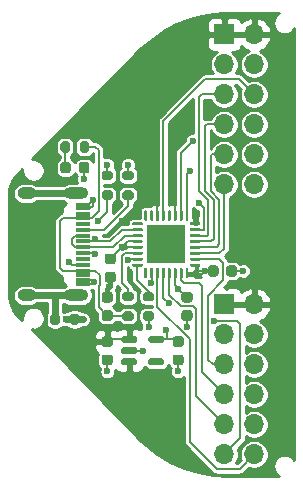
<source format=gbr>
%TF.GenerationSoftware,KiCad,Pcbnew,(5.1.9-0-10_14)*%
%TF.CreationDate,2021-02-28T11:16:04+01:00*%
%TF.ProjectId,PmodUsbUlpi,506d6f64-5573-4625-956c-70692e6b6963,1*%
%TF.SameCoordinates,Original*%
%TF.FileFunction,Copper,L1,Top*%
%TF.FilePolarity,Positive*%
%FSLAX46Y46*%
G04 Gerber Fmt 4.6, Leading zero omitted, Abs format (unit mm)*
G04 Created by KiCad (PCBNEW (5.1.9-0-10_14)) date 2021-02-28 11:16:04*
%MOMM*%
%LPD*%
G01*
G04 APERTURE LIST*
%TA.AperFunction,SMDPad,CuDef*%
%ADD10R,3.300000X3.300000*%
%TD*%
%TA.AperFunction,ComponentPad*%
%ADD11O,1.700000X1.700000*%
%TD*%
%TA.AperFunction,ComponentPad*%
%ADD12R,1.700000X1.700000*%
%TD*%
%TA.AperFunction,SMDPad,CuDef*%
%ADD13R,1.150000X0.300000*%
%TD*%
%TA.AperFunction,ComponentPad*%
%ADD14O,1.600000X1.000000*%
%TD*%
%TA.AperFunction,ComponentPad*%
%ADD15O,2.100000X1.000000*%
%TD*%
%TA.AperFunction,ViaPad*%
%ADD16C,0.600000*%
%TD*%
%TA.AperFunction,Conductor*%
%ADD17C,0.200000*%
%TD*%
%TA.AperFunction,Conductor*%
%ADD18C,0.600000*%
%TD*%
%TA.AperFunction,Conductor*%
%ADD19C,0.400000*%
%TD*%
%TA.AperFunction,Conductor*%
%ADD20C,0.254000*%
%TD*%
%TA.AperFunction,Conductor*%
%ADD21C,0.100000*%
%TD*%
G04 APERTURE END LIST*
%TO.P,R4,2*%
%TO.N,/CC2*%
%TA.AperFunction,SMDPad,CuDef*%
G36*
G01*
X145975000Y-95425000D02*
X146525000Y-95425000D01*
G75*
G02*
X146725000Y-95625000I0J-200000D01*
G01*
X146725000Y-96025000D01*
G75*
G02*
X146525000Y-96225000I-200000J0D01*
G01*
X145975000Y-96225000D01*
G75*
G02*
X145775000Y-96025000I0J200000D01*
G01*
X145775000Y-95625000D01*
G75*
G02*
X145975000Y-95425000I200000J0D01*
G01*
G37*
%TD.AperFunction*%
%TO.P,R4,1*%
%TO.N,GND*%
%TA.AperFunction,SMDPad,CuDef*%
G36*
G01*
X145975000Y-93775000D02*
X146525000Y-93775000D01*
G75*
G02*
X146725000Y-93975000I0J-200000D01*
G01*
X146725000Y-94375000D01*
G75*
G02*
X146525000Y-94575000I-200000J0D01*
G01*
X145975000Y-94575000D01*
G75*
G02*
X145775000Y-94375000I0J200000D01*
G01*
X145775000Y-93975000D01*
G75*
G02*
X145975000Y-93775000I200000J0D01*
G01*
G37*
%TD.AperFunction*%
%TD*%
%TO.P,R3,2*%
%TO.N,Net-(R3-Pad2)*%
%TA.AperFunction,SMDPad,CuDef*%
G36*
G01*
X148275000Y-104825000D02*
X147725000Y-104825000D01*
G75*
G02*
X147525000Y-104625000I0J200000D01*
G01*
X147525000Y-104225000D01*
G75*
G02*
X147725000Y-104025000I200000J0D01*
G01*
X148275000Y-104025000D01*
G75*
G02*
X148475000Y-104225000I0J-200000D01*
G01*
X148475000Y-104625000D01*
G75*
G02*
X148275000Y-104825000I-200000J0D01*
G01*
G37*
%TD.AperFunction*%
%TO.P,R3,1*%
%TO.N,VBUS*%
%TA.AperFunction,SMDPad,CuDef*%
G36*
G01*
X148275000Y-106475000D02*
X147725000Y-106475000D01*
G75*
G02*
X147525000Y-106275000I0J200000D01*
G01*
X147525000Y-105875000D01*
G75*
G02*
X147725000Y-105675000I200000J0D01*
G01*
X148275000Y-105675000D01*
G75*
G02*
X148475000Y-105875000I0J-200000D01*
G01*
X148475000Y-106275000D01*
G75*
G02*
X148275000Y-106475000I-200000J0D01*
G01*
G37*
%TD.AperFunction*%
%TD*%
D10*
%TO.P,U2,33*%
%TO.N,GND*%
X151250000Y-100000000D03*
%TO.P,U2,32*%
%TO.N,+3V3*%
%TA.AperFunction,SMDPad,CuDef*%
G36*
G01*
X153125000Y-102062500D02*
X153125000Y-102812500D01*
G75*
G02*
X153062500Y-102875000I-62500J0D01*
G01*
X152937500Y-102875000D01*
G75*
G02*
X152875000Y-102812500I0J62500D01*
G01*
X152875000Y-102062500D01*
G75*
G02*
X152937500Y-102000000I62500J0D01*
G01*
X153062500Y-102000000D01*
G75*
G02*
X153125000Y-102062500I0J-62500D01*
G01*
G37*
%TD.AperFunction*%
%TO.P,U2,31*%
%TO.N,/DIR*%
%TA.AperFunction,SMDPad,CuDef*%
G36*
G01*
X152625000Y-102062500D02*
X152625000Y-102812500D01*
G75*
G02*
X152562500Y-102875000I-62500J0D01*
G01*
X152437500Y-102875000D01*
G75*
G02*
X152375000Y-102812500I0J62500D01*
G01*
X152375000Y-102062500D01*
G75*
G02*
X152437500Y-102000000I62500J0D01*
G01*
X152562500Y-102000000D01*
G75*
G02*
X152625000Y-102062500I0J-62500D01*
G01*
G37*
%TD.AperFunction*%
%TO.P,U2,30*%
%TO.N,+1V8*%
%TA.AperFunction,SMDPad,CuDef*%
G36*
G01*
X152125000Y-102062500D02*
X152125000Y-102812500D01*
G75*
G02*
X152062500Y-102875000I-62500J0D01*
G01*
X151937500Y-102875000D01*
G75*
G02*
X151875000Y-102812500I0J62500D01*
G01*
X151875000Y-102062500D01*
G75*
G02*
X151937500Y-102000000I62500J0D01*
G01*
X152062500Y-102000000D01*
G75*
G02*
X152125000Y-102062500I0J-62500D01*
G01*
G37*
%TD.AperFunction*%
%TO.P,U2,29*%
%TO.N,/STP*%
%TA.AperFunction,SMDPad,CuDef*%
G36*
G01*
X151625000Y-102062500D02*
X151625000Y-102812500D01*
G75*
G02*
X151562500Y-102875000I-62500J0D01*
G01*
X151437500Y-102875000D01*
G75*
G02*
X151375000Y-102812500I0J62500D01*
G01*
X151375000Y-102062500D01*
G75*
G02*
X151437500Y-102000000I62500J0D01*
G01*
X151562500Y-102000000D01*
G75*
G02*
X151625000Y-102062500I0J-62500D01*
G01*
G37*
%TD.AperFunction*%
%TO.P,U2,28*%
%TO.N,+1V8*%
%TA.AperFunction,SMDPad,CuDef*%
G36*
G01*
X151125000Y-102062500D02*
X151125000Y-102812500D01*
G75*
G02*
X151062500Y-102875000I-62500J0D01*
G01*
X150937500Y-102875000D01*
G75*
G02*
X150875000Y-102812500I0J62500D01*
G01*
X150875000Y-102062500D01*
G75*
G02*
X150937500Y-102000000I62500J0D01*
G01*
X151062500Y-102000000D01*
G75*
G02*
X151125000Y-102062500I0J-62500D01*
G01*
G37*
%TD.AperFunction*%
%TO.P,U2,27*%
%TO.N,/RESET*%
%TA.AperFunction,SMDPad,CuDef*%
G36*
G01*
X150625000Y-102062500D02*
X150625000Y-102812500D01*
G75*
G02*
X150562500Y-102875000I-62500J0D01*
G01*
X150437500Y-102875000D01*
G75*
G02*
X150375000Y-102812500I0J62500D01*
G01*
X150375000Y-102062500D01*
G75*
G02*
X150437500Y-102000000I62500J0D01*
G01*
X150562500Y-102000000D01*
G75*
G02*
X150625000Y-102062500I0J-62500D01*
G01*
G37*
%TD.AperFunction*%
%TO.P,U2,26*%
%TO.N,/CLK*%
%TA.AperFunction,SMDPad,CuDef*%
G36*
G01*
X150125000Y-102062500D02*
X150125000Y-102812500D01*
G75*
G02*
X150062500Y-102875000I-62500J0D01*
G01*
X149937500Y-102875000D01*
G75*
G02*
X149875000Y-102812500I0J62500D01*
G01*
X149875000Y-102062500D01*
G75*
G02*
X149937500Y-102000000I62500J0D01*
G01*
X150062500Y-102000000D01*
G75*
G02*
X150125000Y-102062500I0J-62500D01*
G01*
G37*
%TD.AperFunction*%
%TO.P,U2,25*%
%TO.N,Net-(U2-Pad25)*%
%TA.AperFunction,SMDPad,CuDef*%
G36*
G01*
X149625000Y-102062500D02*
X149625000Y-102812500D01*
G75*
G02*
X149562500Y-102875000I-62500J0D01*
G01*
X149437500Y-102875000D01*
G75*
G02*
X149375000Y-102812500I0J62500D01*
G01*
X149375000Y-102062500D01*
G75*
G02*
X149437500Y-102000000I62500J0D01*
G01*
X149562500Y-102000000D01*
G75*
G02*
X149625000Y-102062500I0J-62500D01*
G01*
G37*
%TD.AperFunction*%
%TO.P,U2,24*%
%TO.N,Net-(R5-Pad1)*%
%TA.AperFunction,SMDPad,CuDef*%
G36*
G01*
X149250000Y-101687500D02*
X149250000Y-101812500D01*
G75*
G02*
X149187500Y-101875000I-62500J0D01*
G01*
X148437500Y-101875000D01*
G75*
G02*
X148375000Y-101812500I0J62500D01*
G01*
X148375000Y-101687500D01*
G75*
G02*
X148437500Y-101625000I62500J0D01*
G01*
X149187500Y-101625000D01*
G75*
G02*
X149250000Y-101687500I0J-62500D01*
G01*
G37*
%TD.AperFunction*%
%TO.P,U2,23*%
%TO.N,+3V3*%
%TA.AperFunction,SMDPad,CuDef*%
G36*
G01*
X149250000Y-101187500D02*
X149250000Y-101312500D01*
G75*
G02*
X149187500Y-101375000I-62500J0D01*
G01*
X148437500Y-101375000D01*
G75*
G02*
X148375000Y-101312500I0J62500D01*
G01*
X148375000Y-101187500D01*
G75*
G02*
X148437500Y-101125000I62500J0D01*
G01*
X149187500Y-101125000D01*
G75*
G02*
X149250000Y-101187500I0J-62500D01*
G01*
G37*
%TD.AperFunction*%
%TO.P,U2,22*%
%TO.N,Net-(R3-Pad2)*%
%TA.AperFunction,SMDPad,CuDef*%
G36*
G01*
X149250000Y-100687500D02*
X149250000Y-100812500D01*
G75*
G02*
X149187500Y-100875000I-62500J0D01*
G01*
X148437500Y-100875000D01*
G75*
G02*
X148375000Y-100812500I0J62500D01*
G01*
X148375000Y-100687500D01*
G75*
G02*
X148437500Y-100625000I62500J0D01*
G01*
X149187500Y-100625000D01*
G75*
G02*
X149250000Y-100687500I0J-62500D01*
G01*
G37*
%TD.AperFunction*%
%TO.P,U2,21*%
%TO.N,+3V3*%
%TA.AperFunction,SMDPad,CuDef*%
G36*
G01*
X149250000Y-100187500D02*
X149250000Y-100312500D01*
G75*
G02*
X149187500Y-100375000I-62500J0D01*
G01*
X148437500Y-100375000D01*
G75*
G02*
X148375000Y-100312500I0J62500D01*
G01*
X148375000Y-100187500D01*
G75*
G02*
X148437500Y-100125000I62500J0D01*
G01*
X149187500Y-100125000D01*
G75*
G02*
X149250000Y-100187500I0J-62500D01*
G01*
G37*
%TD.AperFunction*%
%TO.P,U2,20*%
%TA.AperFunction,SMDPad,CuDef*%
G36*
G01*
X149250000Y-99687500D02*
X149250000Y-99812500D01*
G75*
G02*
X149187500Y-99875000I-62500J0D01*
G01*
X148437500Y-99875000D01*
G75*
G02*
X148375000Y-99812500I0J62500D01*
G01*
X148375000Y-99687500D01*
G75*
G02*
X148437500Y-99625000I62500J0D01*
G01*
X149187500Y-99625000D01*
G75*
G02*
X149250000Y-99687500I0J-62500D01*
G01*
G37*
%TD.AperFunction*%
%TO.P,U2,19*%
%TO.N,/D-*%
%TA.AperFunction,SMDPad,CuDef*%
G36*
G01*
X149250000Y-99187500D02*
X149250000Y-99312500D01*
G75*
G02*
X149187500Y-99375000I-62500J0D01*
G01*
X148437500Y-99375000D01*
G75*
G02*
X148375000Y-99312500I0J62500D01*
G01*
X148375000Y-99187500D01*
G75*
G02*
X148437500Y-99125000I62500J0D01*
G01*
X149187500Y-99125000D01*
G75*
G02*
X149250000Y-99187500I0J-62500D01*
G01*
G37*
%TD.AperFunction*%
%TO.P,U2,18*%
%TO.N,/D+*%
%TA.AperFunction,SMDPad,CuDef*%
G36*
G01*
X149250000Y-98687500D02*
X149250000Y-98812500D01*
G75*
G02*
X149187500Y-98875000I-62500J0D01*
G01*
X148437500Y-98875000D01*
G75*
G02*
X148375000Y-98812500I0J62500D01*
G01*
X148375000Y-98687500D01*
G75*
G02*
X148437500Y-98625000I62500J0D01*
G01*
X149187500Y-98625000D01*
G75*
G02*
X149250000Y-98687500I0J-62500D01*
G01*
G37*
%TD.AperFunction*%
%TO.P,U2,17*%
%TO.N,Net-(U2-Pad17)*%
%TA.AperFunction,SMDPad,CuDef*%
G36*
G01*
X149250000Y-98187500D02*
X149250000Y-98312500D01*
G75*
G02*
X149187500Y-98375000I-62500J0D01*
G01*
X148437500Y-98375000D01*
G75*
G02*
X148375000Y-98312500I0J62500D01*
G01*
X148375000Y-98187500D01*
G75*
G02*
X148437500Y-98125000I62500J0D01*
G01*
X149187500Y-98125000D01*
G75*
G02*
X149250000Y-98187500I0J-62500D01*
G01*
G37*
%TD.AperFunction*%
%TO.P,U2,16*%
%TO.N,Net-(U2-Pad16)*%
%TA.AperFunction,SMDPad,CuDef*%
G36*
G01*
X149625000Y-97187500D02*
X149625000Y-97937500D01*
G75*
G02*
X149562500Y-98000000I-62500J0D01*
G01*
X149437500Y-98000000D01*
G75*
G02*
X149375000Y-97937500I0J62500D01*
G01*
X149375000Y-97187500D01*
G75*
G02*
X149437500Y-97125000I62500J0D01*
G01*
X149562500Y-97125000D01*
G75*
G02*
X149625000Y-97187500I0J-62500D01*
G01*
G37*
%TD.AperFunction*%
%TO.P,U2,15*%
%TO.N,Net-(U2-Pad15)*%
%TA.AperFunction,SMDPad,CuDef*%
G36*
G01*
X150125000Y-97187500D02*
X150125000Y-97937500D01*
G75*
G02*
X150062500Y-98000000I-62500J0D01*
G01*
X149937500Y-98000000D01*
G75*
G02*
X149875000Y-97937500I0J62500D01*
G01*
X149875000Y-97187500D01*
G75*
G02*
X149937500Y-97125000I62500J0D01*
G01*
X150062500Y-97125000D01*
G75*
G02*
X150125000Y-97187500I0J-62500D01*
G01*
G37*
%TD.AperFunction*%
%TO.P,U2,14*%
%TO.N,+3V3*%
%TA.AperFunction,SMDPad,CuDef*%
G36*
G01*
X150625000Y-97187500D02*
X150625000Y-97937500D01*
G75*
G02*
X150562500Y-98000000I-62500J0D01*
G01*
X150437500Y-98000000D01*
G75*
G02*
X150375000Y-97937500I0J62500D01*
G01*
X150375000Y-97187500D01*
G75*
G02*
X150437500Y-97125000I62500J0D01*
G01*
X150562500Y-97125000D01*
G75*
G02*
X150625000Y-97187500I0J-62500D01*
G01*
G37*
%TD.AperFunction*%
%TO.P,U2,13*%
%TO.N,/DATA7*%
%TA.AperFunction,SMDPad,CuDef*%
G36*
G01*
X151125000Y-97187500D02*
X151125000Y-97937500D01*
G75*
G02*
X151062500Y-98000000I-62500J0D01*
G01*
X150937500Y-98000000D01*
G75*
G02*
X150875000Y-97937500I0J62500D01*
G01*
X150875000Y-97187500D01*
G75*
G02*
X150937500Y-97125000I62500J0D01*
G01*
X151062500Y-97125000D01*
G75*
G02*
X151125000Y-97187500I0J-62500D01*
G01*
G37*
%TD.AperFunction*%
%TO.P,U2,12*%
%TO.N,Net-(U2-Pad12)*%
%TA.AperFunction,SMDPad,CuDef*%
G36*
G01*
X151625000Y-97187500D02*
X151625000Y-97937500D01*
G75*
G02*
X151562500Y-98000000I-62500J0D01*
G01*
X151437500Y-98000000D01*
G75*
G02*
X151375000Y-97937500I0J62500D01*
G01*
X151375000Y-97187500D01*
G75*
G02*
X151437500Y-97125000I62500J0D01*
G01*
X151562500Y-97125000D01*
G75*
G02*
X151625000Y-97187500I0J-62500D01*
G01*
G37*
%TD.AperFunction*%
%TO.P,U2,11*%
%TO.N,+3V3*%
%TA.AperFunction,SMDPad,CuDef*%
G36*
G01*
X152125000Y-97187500D02*
X152125000Y-97937500D01*
G75*
G02*
X152062500Y-98000000I-62500J0D01*
G01*
X151937500Y-98000000D01*
G75*
G02*
X151875000Y-97937500I0J62500D01*
G01*
X151875000Y-97187500D01*
G75*
G02*
X151937500Y-97125000I62500J0D01*
G01*
X152062500Y-97125000D01*
G75*
G02*
X152125000Y-97187500I0J-62500D01*
G01*
G37*
%TD.AperFunction*%
%TO.P,U2,10*%
%TO.N,/DATA6*%
%TA.AperFunction,SMDPad,CuDef*%
G36*
G01*
X152625000Y-97187500D02*
X152625000Y-97937500D01*
G75*
G02*
X152562500Y-98000000I-62500J0D01*
G01*
X152437500Y-98000000D01*
G75*
G02*
X152375000Y-97937500I0J62500D01*
G01*
X152375000Y-97187500D01*
G75*
G02*
X152437500Y-97125000I62500J0D01*
G01*
X152562500Y-97125000D01*
G75*
G02*
X152625000Y-97187500I0J-62500D01*
G01*
G37*
%TD.AperFunction*%
%TO.P,U2,9*%
%TO.N,/DATA5*%
%TA.AperFunction,SMDPad,CuDef*%
G36*
G01*
X153125000Y-97187500D02*
X153125000Y-97937500D01*
G75*
G02*
X153062500Y-98000000I-62500J0D01*
G01*
X152937500Y-98000000D01*
G75*
G02*
X152875000Y-97937500I0J62500D01*
G01*
X152875000Y-97187500D01*
G75*
G02*
X152937500Y-97125000I62500J0D01*
G01*
X153062500Y-97125000D01*
G75*
G02*
X153125000Y-97187500I0J-62500D01*
G01*
G37*
%TD.AperFunction*%
%TO.P,U2,8*%
%TO.N,+3V3*%
%TA.AperFunction,SMDPad,CuDef*%
G36*
G01*
X154125000Y-98187500D02*
X154125000Y-98312500D01*
G75*
G02*
X154062500Y-98375000I-62500J0D01*
G01*
X153312500Y-98375000D01*
G75*
G02*
X153250000Y-98312500I0J62500D01*
G01*
X153250000Y-98187500D01*
G75*
G02*
X153312500Y-98125000I62500J0D01*
G01*
X154062500Y-98125000D01*
G75*
G02*
X154125000Y-98187500I0J-62500D01*
G01*
G37*
%TD.AperFunction*%
%TO.P,U2,7*%
%TO.N,/DATA4*%
%TA.AperFunction,SMDPad,CuDef*%
G36*
G01*
X154125000Y-98687500D02*
X154125000Y-98812500D01*
G75*
G02*
X154062500Y-98875000I-62500J0D01*
G01*
X153312500Y-98875000D01*
G75*
G02*
X153250000Y-98812500I0J62500D01*
G01*
X153250000Y-98687500D01*
G75*
G02*
X153312500Y-98625000I62500J0D01*
G01*
X154062500Y-98625000D01*
G75*
G02*
X154125000Y-98687500I0J-62500D01*
G01*
G37*
%TD.AperFunction*%
%TO.P,U2,6*%
%TO.N,/DATA3*%
%TA.AperFunction,SMDPad,CuDef*%
G36*
G01*
X154125000Y-99187500D02*
X154125000Y-99312500D01*
G75*
G02*
X154062500Y-99375000I-62500J0D01*
G01*
X153312500Y-99375000D01*
G75*
G02*
X153250000Y-99312500I0J62500D01*
G01*
X153250000Y-99187500D01*
G75*
G02*
X153312500Y-99125000I62500J0D01*
G01*
X154062500Y-99125000D01*
G75*
G02*
X154125000Y-99187500I0J-62500D01*
G01*
G37*
%TD.AperFunction*%
%TO.P,U2,5*%
%TO.N,/DATA2*%
%TA.AperFunction,SMDPad,CuDef*%
G36*
G01*
X154125000Y-99687500D02*
X154125000Y-99812500D01*
G75*
G02*
X154062500Y-99875000I-62500J0D01*
G01*
X153312500Y-99875000D01*
G75*
G02*
X153250000Y-99812500I0J62500D01*
G01*
X153250000Y-99687500D01*
G75*
G02*
X153312500Y-99625000I62500J0D01*
G01*
X154062500Y-99625000D01*
G75*
G02*
X154125000Y-99687500I0J-62500D01*
G01*
G37*
%TD.AperFunction*%
%TO.P,U2,4*%
%TO.N,/DATA1*%
%TA.AperFunction,SMDPad,CuDef*%
G36*
G01*
X154125000Y-100187500D02*
X154125000Y-100312500D01*
G75*
G02*
X154062500Y-100375000I-62500J0D01*
G01*
X153312500Y-100375000D01*
G75*
G02*
X153250000Y-100312500I0J62500D01*
G01*
X153250000Y-100187500D01*
G75*
G02*
X153312500Y-100125000I62500J0D01*
G01*
X154062500Y-100125000D01*
G75*
G02*
X154125000Y-100187500I0J-62500D01*
G01*
G37*
%TD.AperFunction*%
%TO.P,U2,3*%
%TO.N,/DATA0*%
%TA.AperFunction,SMDPad,CuDef*%
G36*
G01*
X154125000Y-100687500D02*
X154125000Y-100812500D01*
G75*
G02*
X154062500Y-100875000I-62500J0D01*
G01*
X153312500Y-100875000D01*
G75*
G02*
X153250000Y-100812500I0J62500D01*
G01*
X153250000Y-100687500D01*
G75*
G02*
X153312500Y-100625000I62500J0D01*
G01*
X154062500Y-100625000D01*
G75*
G02*
X154125000Y-100687500I0J-62500D01*
G01*
G37*
%TD.AperFunction*%
%TO.P,U2,2*%
%TO.N,/NXT*%
%TA.AperFunction,SMDPad,CuDef*%
G36*
G01*
X154125000Y-101187500D02*
X154125000Y-101312500D01*
G75*
G02*
X154062500Y-101375000I-62500J0D01*
G01*
X153312500Y-101375000D01*
G75*
G02*
X153250000Y-101312500I0J62500D01*
G01*
X153250000Y-101187500D01*
G75*
G02*
X153312500Y-101125000I62500J0D01*
G01*
X154062500Y-101125000D01*
G75*
G02*
X154125000Y-101187500I0J-62500D01*
G01*
G37*
%TD.AperFunction*%
%TO.P,U2,1*%
%TO.N,+3V3*%
%TA.AperFunction,SMDPad,CuDef*%
G36*
G01*
X154125000Y-101687500D02*
X154125000Y-101812500D01*
G75*
G02*
X154062500Y-101875000I-62500J0D01*
G01*
X153312500Y-101875000D01*
G75*
G02*
X153250000Y-101812500I0J62500D01*
G01*
X153250000Y-101687500D01*
G75*
G02*
X153312500Y-101625000I62500J0D01*
G01*
X154062500Y-101625000D01*
G75*
G02*
X154125000Y-101687500I0J-62500D01*
G01*
G37*
%TD.AperFunction*%
%TD*%
%TO.P,U1,5*%
%TO.N,+1V8*%
%TA.AperFunction,SMDPad,CuDef*%
G36*
G01*
X149725000Y-108200000D02*
X149725000Y-107900000D01*
G75*
G02*
X149875000Y-107750000I150000J0D01*
G01*
X150900000Y-107750000D01*
G75*
G02*
X151050000Y-107900000I0J-150000D01*
G01*
X151050000Y-108200000D01*
G75*
G02*
X150900000Y-108350000I-150000J0D01*
G01*
X149875000Y-108350000D01*
G75*
G02*
X149725000Y-108200000I0J150000D01*
G01*
G37*
%TD.AperFunction*%
%TO.P,U1,4*%
%TO.N,Net-(U1-Pad4)*%
%TA.AperFunction,SMDPad,CuDef*%
G36*
G01*
X149725000Y-110100000D02*
X149725000Y-109800000D01*
G75*
G02*
X149875000Y-109650000I150000J0D01*
G01*
X150900000Y-109650000D01*
G75*
G02*
X151050000Y-109800000I0J-150000D01*
G01*
X151050000Y-110100000D01*
G75*
G02*
X150900000Y-110250000I-150000J0D01*
G01*
X149875000Y-110250000D01*
G75*
G02*
X149725000Y-110100000I0J150000D01*
G01*
G37*
%TD.AperFunction*%
%TO.P,U1,3*%
%TO.N,+3V3*%
%TA.AperFunction,SMDPad,CuDef*%
G36*
G01*
X147450000Y-110100000D02*
X147450000Y-109800000D01*
G75*
G02*
X147600000Y-109650000I150000J0D01*
G01*
X148625000Y-109650000D01*
G75*
G02*
X148775000Y-109800000I0J-150000D01*
G01*
X148775000Y-110100000D01*
G75*
G02*
X148625000Y-110250000I-150000J0D01*
G01*
X147600000Y-110250000D01*
G75*
G02*
X147450000Y-110100000I0J150000D01*
G01*
G37*
%TD.AperFunction*%
%TO.P,U1,2*%
%TO.N,GND*%
%TA.AperFunction,SMDPad,CuDef*%
G36*
G01*
X147450000Y-109150000D02*
X147450000Y-108850000D01*
G75*
G02*
X147600000Y-108700000I150000J0D01*
G01*
X148625000Y-108700000D01*
G75*
G02*
X148775000Y-108850000I0J-150000D01*
G01*
X148775000Y-109150000D01*
G75*
G02*
X148625000Y-109300000I-150000J0D01*
G01*
X147600000Y-109300000D01*
G75*
G02*
X147450000Y-109150000I0J150000D01*
G01*
G37*
%TD.AperFunction*%
%TO.P,U1,1*%
%TO.N,+3V3*%
%TA.AperFunction,SMDPad,CuDef*%
G36*
G01*
X147450000Y-108200000D02*
X147450000Y-107900000D01*
G75*
G02*
X147600000Y-107750000I150000J0D01*
G01*
X148625000Y-107750000D01*
G75*
G02*
X148775000Y-107900000I0J-150000D01*
G01*
X148775000Y-108200000D01*
G75*
G02*
X148625000Y-108350000I-150000J0D01*
G01*
X147600000Y-108350000D01*
G75*
G02*
X147450000Y-108200000I0J150000D01*
G01*
G37*
%TD.AperFunction*%
%TD*%
%TO.P,R5,2*%
%TO.N,GND*%
%TA.AperFunction,SMDPad,CuDef*%
G36*
G01*
X149475000Y-105675000D02*
X150025000Y-105675000D01*
G75*
G02*
X150225000Y-105875000I0J-200000D01*
G01*
X150225000Y-106275000D01*
G75*
G02*
X150025000Y-106475000I-200000J0D01*
G01*
X149475000Y-106475000D01*
G75*
G02*
X149275000Y-106275000I0J200000D01*
G01*
X149275000Y-105875000D01*
G75*
G02*
X149475000Y-105675000I200000J0D01*
G01*
G37*
%TD.AperFunction*%
%TO.P,R5,1*%
%TO.N,Net-(R5-Pad1)*%
%TA.AperFunction,SMDPad,CuDef*%
G36*
G01*
X149475000Y-104025000D02*
X150025000Y-104025000D01*
G75*
G02*
X150225000Y-104225000I0J-200000D01*
G01*
X150225000Y-104625000D01*
G75*
G02*
X150025000Y-104825000I-200000J0D01*
G01*
X149475000Y-104825000D01*
G75*
G02*
X149275000Y-104625000I0J200000D01*
G01*
X149275000Y-104225000D01*
G75*
G02*
X149475000Y-104025000I200000J0D01*
G01*
G37*
%TD.AperFunction*%
%TD*%
%TO.P,C5,2*%
%TO.N,GND*%
%TA.AperFunction,SMDPad,CuDef*%
G36*
G01*
X152750000Y-105575000D02*
X153250000Y-105575000D01*
G75*
G02*
X153475000Y-105800000I0J-225000D01*
G01*
X153475000Y-106250000D01*
G75*
G02*
X153250000Y-106475000I-225000J0D01*
G01*
X152750000Y-106475000D01*
G75*
G02*
X152525000Y-106250000I0J225000D01*
G01*
X152525000Y-105800000D01*
G75*
G02*
X152750000Y-105575000I225000J0D01*
G01*
G37*
%TD.AperFunction*%
%TO.P,C5,1*%
%TO.N,+1V8*%
%TA.AperFunction,SMDPad,CuDef*%
G36*
G01*
X152750000Y-104025000D02*
X153250000Y-104025000D01*
G75*
G02*
X153475000Y-104250000I0J-225000D01*
G01*
X153475000Y-104700000D01*
G75*
G02*
X153250000Y-104925000I-225000J0D01*
G01*
X152750000Y-104925000D01*
G75*
G02*
X152525000Y-104700000I0J225000D01*
G01*
X152525000Y-104250000D01*
G75*
G02*
X152750000Y-104025000I225000J0D01*
G01*
G37*
%TD.AperFunction*%
%TD*%
%TO.P,C4,2*%
%TO.N,GND*%
%TA.AperFunction,SMDPad,CuDef*%
G36*
G01*
X146250000Y-102325000D02*
X146750000Y-102325000D01*
G75*
G02*
X146975000Y-102550000I0J-225000D01*
G01*
X146975000Y-103000000D01*
G75*
G02*
X146750000Y-103225000I-225000J0D01*
G01*
X146250000Y-103225000D01*
G75*
G02*
X146025000Y-103000000I0J225000D01*
G01*
X146025000Y-102550000D01*
G75*
G02*
X146250000Y-102325000I225000J0D01*
G01*
G37*
%TD.AperFunction*%
%TO.P,C4,1*%
%TO.N,+3V3*%
%TA.AperFunction,SMDPad,CuDef*%
G36*
G01*
X146250000Y-100775000D02*
X146750000Y-100775000D01*
G75*
G02*
X146975000Y-101000000I0J-225000D01*
G01*
X146975000Y-101450000D01*
G75*
G02*
X146750000Y-101675000I-225000J0D01*
G01*
X146250000Y-101675000D01*
G75*
G02*
X146025000Y-101450000I0J225000D01*
G01*
X146025000Y-101000000D01*
G75*
G02*
X146250000Y-100775000I225000J0D01*
G01*
G37*
%TD.AperFunction*%
%TD*%
%TO.P,C3,2*%
%TO.N,GND*%
%TA.AperFunction,SMDPad,CuDef*%
G36*
G01*
X156325000Y-102500000D02*
X156325000Y-102000000D01*
G75*
G02*
X156550000Y-101775000I225000J0D01*
G01*
X157000000Y-101775000D01*
G75*
G02*
X157225000Y-102000000I0J-225000D01*
G01*
X157225000Y-102500000D01*
G75*
G02*
X157000000Y-102725000I-225000J0D01*
G01*
X156550000Y-102725000D01*
G75*
G02*
X156325000Y-102500000I0J225000D01*
G01*
G37*
%TD.AperFunction*%
%TO.P,C3,1*%
%TO.N,+3V3*%
%TA.AperFunction,SMDPad,CuDef*%
G36*
G01*
X154775000Y-102500000D02*
X154775000Y-102000000D01*
G75*
G02*
X155000000Y-101775000I225000J0D01*
G01*
X155450000Y-101775000D01*
G75*
G02*
X155675000Y-102000000I0J-225000D01*
G01*
X155675000Y-102500000D01*
G75*
G02*
X155450000Y-102725000I-225000J0D01*
G01*
X155000000Y-102725000D01*
G75*
G02*
X154775000Y-102500000I0J225000D01*
G01*
G37*
%TD.AperFunction*%
%TD*%
%TO.P,C2,2*%
%TO.N,GND*%
%TA.AperFunction,SMDPad,CuDef*%
G36*
G01*
X152000000Y-109325000D02*
X152500000Y-109325000D01*
G75*
G02*
X152725000Y-109550000I0J-225000D01*
G01*
X152725000Y-110000000D01*
G75*
G02*
X152500000Y-110225000I-225000J0D01*
G01*
X152000000Y-110225000D01*
G75*
G02*
X151775000Y-110000000I0J225000D01*
G01*
X151775000Y-109550000D01*
G75*
G02*
X152000000Y-109325000I225000J0D01*
G01*
G37*
%TD.AperFunction*%
%TO.P,C2,1*%
%TO.N,+1V8*%
%TA.AperFunction,SMDPad,CuDef*%
G36*
G01*
X152000000Y-107775000D02*
X152500000Y-107775000D01*
G75*
G02*
X152725000Y-108000000I0J-225000D01*
G01*
X152725000Y-108450000D01*
G75*
G02*
X152500000Y-108675000I-225000J0D01*
G01*
X152000000Y-108675000D01*
G75*
G02*
X151775000Y-108450000I0J225000D01*
G01*
X151775000Y-108000000D01*
G75*
G02*
X152000000Y-107775000I225000J0D01*
G01*
G37*
%TD.AperFunction*%
%TD*%
%TO.P,C1,2*%
%TO.N,GND*%
%TA.AperFunction,SMDPad,CuDef*%
G36*
G01*
X146000000Y-109325000D02*
X146500000Y-109325000D01*
G75*
G02*
X146725000Y-109550000I0J-225000D01*
G01*
X146725000Y-110000000D01*
G75*
G02*
X146500000Y-110225000I-225000J0D01*
G01*
X146000000Y-110225000D01*
G75*
G02*
X145775000Y-110000000I0J225000D01*
G01*
X145775000Y-109550000D01*
G75*
G02*
X146000000Y-109325000I225000J0D01*
G01*
G37*
%TD.AperFunction*%
%TO.P,C1,1*%
%TO.N,+3V3*%
%TA.AperFunction,SMDPad,CuDef*%
G36*
G01*
X146000000Y-107775000D02*
X146500000Y-107775000D01*
G75*
G02*
X146725000Y-108000000I0J-225000D01*
G01*
X146725000Y-108450000D01*
G75*
G02*
X146500000Y-108675000I-225000J0D01*
G01*
X146000000Y-108675000D01*
G75*
G02*
X145775000Y-108450000I0J225000D01*
G01*
X145775000Y-108000000D01*
G75*
G02*
X146000000Y-107775000I225000J0D01*
G01*
G37*
%TD.AperFunction*%
%TD*%
%TO.P,D1,2*%
%TO.N,Net-(D1-Pad2)*%
%TA.AperFunction,SMDPad,CuDef*%
G36*
G01*
X143150000Y-93243750D02*
X143150000Y-93756250D01*
G75*
G02*
X142931250Y-93975000I-218750J0D01*
G01*
X142493750Y-93975000D01*
G75*
G02*
X142275000Y-93756250I0J218750D01*
G01*
X142275000Y-93243750D01*
G75*
G02*
X142493750Y-93025000I218750J0D01*
G01*
X142931250Y-93025000D01*
G75*
G02*
X143150000Y-93243750I0J-218750D01*
G01*
G37*
%TD.AperFunction*%
%TO.P,D1,1*%
%TO.N,GND*%
%TA.AperFunction,SMDPad,CuDef*%
G36*
G01*
X144725000Y-93243750D02*
X144725000Y-93756250D01*
G75*
G02*
X144506250Y-93975000I-218750J0D01*
G01*
X144068750Y-93975000D01*
G75*
G02*
X143850000Y-93756250I0J218750D01*
G01*
X143850000Y-93243750D01*
G75*
G02*
X144068750Y-93025000I218750J0D01*
G01*
X144506250Y-93025000D01*
G75*
G02*
X144725000Y-93243750I0J-218750D01*
G01*
G37*
%TD.AperFunction*%
%TD*%
D11*
%TO.P,J3,12*%
%TO.N,/DATA4*%
X158690000Y-94920000D03*
%TO.P,J3,11*%
%TO.N,/DATA0*%
X156150000Y-94920000D03*
%TO.P,J3,10*%
%TO.N,/DATA5*%
X158690000Y-92380000D03*
%TO.P,J3,9*%
%TO.N,/DATA1*%
X156150000Y-92380000D03*
%TO.P,J3,8*%
%TO.N,/DATA6*%
X158690000Y-89840000D03*
%TO.P,J3,7*%
%TO.N,/DATA2*%
X156150000Y-89840000D03*
%TO.P,J3,6*%
%TO.N,/DATA7*%
X158690000Y-87300000D03*
%TO.P,J3,5*%
%TO.N,/DATA3*%
X156150000Y-87300000D03*
%TO.P,J3,4*%
%TO.N,GND*%
X158690000Y-84760000D03*
%TO.P,J3,3*%
X156150000Y-84760000D03*
%TO.P,J3,2*%
%TO.N,+3V3*%
X158690000Y-82220000D03*
D12*
%TO.P,J3,1*%
X156150000Y-82220000D03*
%TD*%
D11*
%TO.P,J2,12*%
%TO.N,/RESET*%
X158690000Y-117780000D03*
%TO.P,J2,11*%
%TO.N,/CLK*%
X156150000Y-117780000D03*
%TO.P,J2,10*%
%TO.N,Net-(J2-Pad10)*%
X158690000Y-115240000D03*
%TO.P,J2,9*%
%TO.N,/STP*%
X156150000Y-115240000D03*
%TO.P,J2,8*%
%TO.N,Net-(J2-Pad8)*%
X158690000Y-112700000D03*
%TO.P,J2,7*%
%TO.N,/DIR*%
X156150000Y-112700000D03*
%TO.P,J2,6*%
%TO.N,Net-(J2-Pad6)*%
X158690000Y-110160000D03*
%TO.P,J2,5*%
%TO.N,/NXT*%
X156150000Y-110160000D03*
%TO.P,J2,4*%
%TO.N,GND*%
X158690000Y-107620000D03*
%TO.P,J2,3*%
X156150000Y-107620000D03*
%TO.P,J2,2*%
%TO.N,+3V3*%
X158690000Y-105080000D03*
D12*
%TO.P,J2,1*%
X156150000Y-105080000D03*
%TD*%
%TO.P,C8,2*%
%TO.N,GND*%
%TA.AperFunction,SMDPad,CuDef*%
G36*
G01*
X146500000Y-104925000D02*
X146000000Y-104925000D01*
G75*
G02*
X145775000Y-104700000I0J225000D01*
G01*
X145775000Y-104250000D01*
G75*
G02*
X146000000Y-104025000I225000J0D01*
G01*
X146500000Y-104025000D01*
G75*
G02*
X146725000Y-104250000I0J-225000D01*
G01*
X146725000Y-104700000D01*
G75*
G02*
X146500000Y-104925000I-225000J0D01*
G01*
G37*
%TD.AperFunction*%
%TO.P,C8,1*%
%TO.N,VBUS*%
%TA.AperFunction,SMDPad,CuDef*%
G36*
G01*
X146500000Y-106475000D02*
X146000000Y-106475000D01*
G75*
G02*
X145775000Y-106250000I0J225000D01*
G01*
X145775000Y-105800000D01*
G75*
G02*
X146000000Y-105575000I225000J0D01*
G01*
X146500000Y-105575000D01*
G75*
G02*
X146725000Y-105800000I0J-225000D01*
G01*
X146725000Y-106250000D01*
G75*
G02*
X146500000Y-106475000I-225000J0D01*
G01*
G37*
%TD.AperFunction*%
%TD*%
%TO.P,R7,2*%
%TO.N,Net-(D1-Pad2)*%
%TA.AperFunction,SMDPad,CuDef*%
G36*
G01*
X143075000Y-91475000D02*
X143075000Y-92025000D01*
G75*
G02*
X142875000Y-92225000I-200000J0D01*
G01*
X142475000Y-92225000D01*
G75*
G02*
X142275000Y-92025000I0J200000D01*
G01*
X142275000Y-91475000D01*
G75*
G02*
X142475000Y-91275000I200000J0D01*
G01*
X142875000Y-91275000D01*
G75*
G02*
X143075000Y-91475000I0J-200000D01*
G01*
G37*
%TD.AperFunction*%
%TO.P,R7,1*%
%TO.N,VBUS*%
%TA.AperFunction,SMDPad,CuDef*%
G36*
G01*
X144725000Y-91475000D02*
X144725000Y-92025000D01*
G75*
G02*
X144525000Y-92225000I-200000J0D01*
G01*
X144125000Y-92225000D01*
G75*
G02*
X143925000Y-92025000I0J200000D01*
G01*
X143925000Y-91475000D01*
G75*
G02*
X144125000Y-91275000I200000J0D01*
G01*
X144525000Y-91275000D01*
G75*
G02*
X144725000Y-91475000I0J-200000D01*
G01*
G37*
%TD.AperFunction*%
%TD*%
%TO.P,R2,2*%
%TO.N,GND*%
%TA.AperFunction,SMDPad,CuDef*%
G36*
G01*
X148275000Y-94575000D02*
X147725000Y-94575000D01*
G75*
G02*
X147525000Y-94375000I0J200000D01*
G01*
X147525000Y-93975000D01*
G75*
G02*
X147725000Y-93775000I200000J0D01*
G01*
X148275000Y-93775000D01*
G75*
G02*
X148475000Y-93975000I0J-200000D01*
G01*
X148475000Y-94375000D01*
G75*
G02*
X148275000Y-94575000I-200000J0D01*
G01*
G37*
%TD.AperFunction*%
%TO.P,R2,1*%
%TO.N,/CC1*%
%TA.AperFunction,SMDPad,CuDef*%
G36*
G01*
X148275000Y-96225000D02*
X147725000Y-96225000D01*
G75*
G02*
X147525000Y-96025000I0J200000D01*
G01*
X147525000Y-95625000D01*
G75*
G02*
X147725000Y-95425000I200000J0D01*
G01*
X148275000Y-95425000D01*
G75*
G02*
X148475000Y-95625000I0J-200000D01*
G01*
X148475000Y-96025000D01*
G75*
G02*
X148275000Y-96225000I-200000J0D01*
G01*
G37*
%TD.AperFunction*%
%TD*%
%TO.P,R1,2*%
%TO.N,Net-(J1-PadS1)*%
%TA.AperFunction,SMDPad,CuDef*%
G36*
G01*
X142225000Y-106075000D02*
X142225000Y-106625000D01*
G75*
G02*
X142025000Y-106825000I-200000J0D01*
G01*
X141625000Y-106825000D01*
G75*
G02*
X141425000Y-106625000I0J200000D01*
G01*
X141425000Y-106075000D01*
G75*
G02*
X141625000Y-105875000I200000J0D01*
G01*
X142025000Y-105875000D01*
G75*
G02*
X142225000Y-106075000I0J-200000D01*
G01*
G37*
%TD.AperFunction*%
%TO.P,R1,1*%
%TO.N,GND*%
%TA.AperFunction,SMDPad,CuDef*%
G36*
G01*
X143875000Y-106075000D02*
X143875000Y-106625000D01*
G75*
G02*
X143675000Y-106825000I-200000J0D01*
G01*
X143275000Y-106825000D01*
G75*
G02*
X143075000Y-106625000I0J200000D01*
G01*
X143075000Y-106075000D01*
G75*
G02*
X143275000Y-105875000I200000J0D01*
G01*
X143675000Y-105875000D01*
G75*
G02*
X143875000Y-106075000I0J-200000D01*
G01*
G37*
%TD.AperFunction*%
%TD*%
D13*
%TO.P,J1,A12*%
%TO.N,GND*%
X144170000Y-103350000D03*
%TO.P,J1,A9*%
%TO.N,VBUS*%
X144170000Y-102550000D03*
%TO.P,J1,B9*%
X144170000Y-97750000D03*
%TO.P,J1,B12*%
%TO.N,GND*%
X144170000Y-96950000D03*
%TO.P,J1,A1*%
X144170000Y-96650000D03*
%TO.P,J1,A4*%
%TO.N,VBUS*%
X144170000Y-97450000D03*
%TO.P,J1,B8*%
%TO.N,/SBU2*%
X144170000Y-98250000D03*
%TO.P,J1,A5*%
%TO.N,/CC1*%
X144170000Y-98750000D03*
%TO.P,J1,B7*%
%TO.N,/D-*%
X144170000Y-99250000D03*
%TO.P,J1,A6*%
%TO.N,/D+*%
X144170000Y-99750000D03*
%TO.P,J1,A7*%
%TO.N,/D-*%
X144170000Y-100250000D03*
%TO.P,J1,B6*%
%TO.N,/D+*%
X144170000Y-100750000D03*
%TO.P,J1,A8*%
%TO.N,/SBU1*%
X144170000Y-101250000D03*
%TO.P,J1,B5*%
%TO.N,/CC2*%
X144170000Y-101750000D03*
%TO.P,J1,B4*%
%TO.N,VBUS*%
X144170000Y-102250000D03*
%TO.P,J1,B1*%
%TO.N,GND*%
X144170000Y-103050000D03*
D14*
%TO.P,J1,S1*%
%TO.N,Net-(J1-PadS1)*%
X139425000Y-104320000D03*
X139425000Y-95680000D03*
D15*
X143605000Y-104320000D03*
X143605000Y-95680000D03*
%TD*%
D16*
%TO.N,GND*%
X150250000Y-101000000D03*
X151250000Y-101000000D03*
X152250000Y-101000000D03*
X152250000Y-100000000D03*
X151250000Y-100000000D03*
X150250000Y-100000000D03*
X152250000Y-99000000D03*
X151250000Y-99000000D03*
X150250000Y-99000000D03*
X142777000Y-106350000D03*
X144174000Y-106350000D03*
X145087000Y-103175000D03*
X145000000Y-96250000D03*
X144287500Y-94462500D03*
X146250000Y-93250000D03*
X148000000Y-93250000D03*
X149750000Y-107000000D03*
X157750000Y-102250000D03*
X153000000Y-107000000D03*
X152250000Y-110750000D03*
X146250000Y-110750000D03*
X149250000Y-109000000D03*
X146375000Y-103625000D03*
%TO.N,/CC2*%
X143000000Y-101500000D03*
X145500000Y-98000000D03*
%TO.N,/D+*%
X145250000Y-99500000D03*
X145250000Y-100777000D03*
%TO.N,+3V3*%
X148027000Y-101277000D03*
X147500000Y-100250000D03*
X151750000Y-96500000D03*
X150250000Y-96500000D03*
X153687500Y-97562500D03*
X147500000Y-98000000D03*
X154500000Y-102250000D03*
X157000000Y-97562500D03*
%TO.N,/CLK*%
X149973000Y-103250000D03*
X155277000Y-106500000D03*
%TO.N,/DATA6*%
X153473000Y-91250000D03*
%TO.N,/DATA5*%
X153250000Y-93750000D03*
%TO.N,/DATA4*%
X154000000Y-96500000D03*
%TO.N,+1V8*%
X151500000Y-105000000D03*
X152262500Y-103737500D03*
X151250000Y-107250000D03*
%TD*%
D17*
%TO.N,Net-(D1-Pad2)*%
X142712500Y-91787500D02*
X142675000Y-91750000D01*
X142712500Y-93500000D02*
X142712500Y-91787500D01*
%TO.N,GND*%
X144170000Y-96950000D02*
X144170000Y-96650000D01*
X144170000Y-103350000D02*
X144170000Y-103050000D01*
D18*
X142777000Y-106350000D02*
X143475000Y-106350000D01*
X143475000Y-106350000D02*
X144174000Y-106350000D01*
D17*
X144170000Y-103050000D02*
X144962000Y-103050000D01*
X144962000Y-103050000D02*
X145087000Y-103175000D01*
X144912000Y-103350000D02*
X145087000Y-103175000D01*
X144170000Y-103350000D02*
X144912000Y-103350000D01*
X144287500Y-93500000D02*
X144287500Y-94462500D01*
X144600000Y-96650000D02*
X145000000Y-96250000D01*
X144170000Y-96650000D02*
X144600000Y-96650000D01*
X144170000Y-96950000D02*
X144800000Y-96950000D01*
X145000000Y-96750000D02*
X145000000Y-96250000D01*
X144800000Y-96950000D02*
X145000000Y-96750000D01*
X146250000Y-94175000D02*
X146250000Y-93250000D01*
X148000000Y-94175000D02*
X148000000Y-93250000D01*
X149750000Y-106075000D02*
X149750000Y-107000000D01*
X156775000Y-102250000D02*
X157750000Y-102250000D01*
X153000000Y-106025000D02*
X153000000Y-107000000D01*
X152250000Y-109775000D02*
X152250000Y-110750000D01*
X146250000Y-109775000D02*
X146250000Y-110750000D01*
X148112500Y-109000000D02*
X149250000Y-109000000D01*
D19*
X146250000Y-103750000D02*
X146375000Y-103625000D01*
X146250000Y-104475000D02*
X146250000Y-103750000D01*
X146500000Y-102775000D02*
X146500000Y-103500000D01*
X146375000Y-103625000D02*
X146500000Y-103500000D01*
D17*
%TO.N,VBUS*%
X144170000Y-97750000D02*
X144170000Y-97450000D01*
X144170000Y-102550000D02*
X144170000Y-102250000D01*
X142500000Y-102250000D02*
X143000000Y-102250000D01*
X144170000Y-97750000D02*
X142500000Y-97750000D01*
X142250000Y-102000000D02*
X142500000Y-102250000D01*
X142250000Y-98000000D02*
X142250000Y-102000000D01*
X143000000Y-102250000D02*
X144170000Y-102250000D01*
X142500000Y-97750000D02*
X142250000Y-98000000D01*
X146300000Y-106075000D02*
X146250000Y-106025000D01*
X148000000Y-106075000D02*
X146300000Y-106075000D01*
X146250000Y-106025000D02*
X145547990Y-105322990D01*
X145614001Y-103427961D02*
X145614001Y-102614001D01*
X145547990Y-103493972D02*
X145614001Y-103427961D01*
X145547990Y-105322990D02*
X145547990Y-103493972D01*
X145250000Y-102250000D02*
X144170000Y-102250000D01*
X145614001Y-102614001D02*
X145250000Y-102250000D01*
X145527001Y-97167999D02*
X145527001Y-92027001D01*
X144945000Y-97750000D02*
X145527001Y-97167999D01*
X144170000Y-97750000D02*
X144945000Y-97750000D01*
X145250000Y-91750000D02*
X144325000Y-91750000D01*
X145527001Y-92027001D02*
X145250000Y-91750000D01*
%TO.N,/CC1*%
X144170000Y-98750000D02*
X146000000Y-98750000D01*
X148000000Y-96750000D02*
X148000000Y-95825000D01*
X146000000Y-98750000D02*
X148000000Y-96750000D01*
%TO.N,/CC2*%
X144170000Y-101750000D02*
X143250000Y-101750000D01*
X143250000Y-101750000D02*
X143000000Y-101500000D01*
X146250000Y-97250000D02*
X145500000Y-98000000D01*
X146250000Y-95825000D02*
X146250000Y-97250000D01*
D18*
%TO.N,Net-(J1-PadS1)*%
X143605000Y-95680000D02*
X139425000Y-95680000D01*
X141825000Y-106350000D02*
X141825000Y-104382000D01*
X143605000Y-104320000D02*
X140263000Y-104320000D01*
X140263000Y-104320000D02*
X139425000Y-104320000D01*
D17*
%TO.N,/D-*%
X147750000Y-99250000D02*
X148812500Y-99250000D01*
X146750000Y-100250000D02*
X147750000Y-99250000D01*
X144170000Y-100250000D02*
X146750000Y-100250000D01*
X144170000Y-100250000D02*
X143500000Y-100250000D01*
X143500000Y-100250000D02*
X143250000Y-100000000D01*
X144170000Y-99250000D02*
X143500000Y-99250000D01*
X143500000Y-99250000D02*
X143250000Y-99500000D01*
X143250000Y-100000000D02*
X143250000Y-99500000D01*
%TO.N,/D+*%
X147500000Y-98750000D02*
X148812500Y-98750000D01*
X146500000Y-99750000D02*
X147500000Y-98750000D01*
X145250000Y-99750000D02*
X145250000Y-99500000D01*
X144170000Y-99750000D02*
X145250000Y-99750000D01*
X145250000Y-99750000D02*
X146500000Y-99750000D01*
X144170000Y-100750000D02*
X145250000Y-100750000D01*
X145250000Y-100750000D02*
X145250000Y-100777000D01*
%TO.N,+3V3*%
X148812500Y-99750000D02*
X147975000Y-99750000D01*
X148812500Y-100250000D02*
X147500000Y-100250000D01*
X147500000Y-100250000D02*
X147487500Y-100237500D01*
X147487500Y-100237500D02*
X146500000Y-101225000D01*
X147975000Y-99750000D02*
X147487500Y-100237500D01*
X148000000Y-101250000D02*
X148027000Y-101277000D01*
X148812500Y-101250000D02*
X148000000Y-101250000D01*
X153750000Y-101812500D02*
X153687500Y-101750000D01*
X153750000Y-102250000D02*
X153750000Y-101812500D01*
X153562500Y-102437500D02*
X153750000Y-102250000D01*
X153000000Y-102437500D02*
X153562500Y-102437500D01*
X146425000Y-108050000D02*
X146250000Y-108225000D01*
X148112500Y-108050000D02*
X146425000Y-108050000D01*
X152000000Y-96750000D02*
X151750000Y-96500000D01*
X152000000Y-97562500D02*
X152000000Y-96750000D01*
X150500000Y-96750000D02*
X150250000Y-96500000D01*
X150500000Y-97562500D02*
X150500000Y-96750000D01*
X153687500Y-98250000D02*
X153687500Y-97562500D01*
X150250000Y-96500000D02*
X149000000Y-96500000D01*
X149000000Y-96500000D02*
X147500000Y-98000000D01*
X155225000Y-102250000D02*
X154500000Y-102250000D01*
X154500000Y-102250000D02*
X153750000Y-102250000D01*
%TO.N,/STP*%
X153750000Y-112840000D02*
X153750000Y-105500000D01*
X153750000Y-105500000D02*
X153500000Y-105250000D01*
X156150000Y-115240000D02*
X153750000Y-112840000D01*
X151500000Y-104250000D02*
X152500000Y-105250000D01*
X151500000Y-102437500D02*
X151500000Y-104250000D01*
X153500000Y-105250000D02*
X152500000Y-105250000D01*
%TO.N,/DIR*%
X154250000Y-110800000D02*
X156150000Y-112700000D01*
X154250000Y-103500000D02*
X154250000Y-110800000D01*
X154000000Y-103250000D02*
X154250000Y-103500000D01*
X152750000Y-103250000D02*
X154000000Y-103250000D01*
X152500000Y-103000000D02*
X152750000Y-103250000D01*
X152500000Y-102437500D02*
X152500000Y-103000000D01*
%TO.N,/NXT*%
X155160000Y-110160000D02*
X156150000Y-110160000D01*
X154750000Y-109750000D02*
X155160000Y-110160000D01*
X155750000Y-101250000D02*
X156044620Y-101544620D01*
X156044620Y-103044620D02*
X154750000Y-104339240D01*
X154750000Y-104339240D02*
X154750000Y-109750000D01*
X156044620Y-101544620D02*
X156044620Y-103044620D01*
X153687500Y-101250000D02*
X155750000Y-101250000D01*
%TO.N,/CLK*%
X150000000Y-102437500D02*
X150000000Y-103250000D01*
X150000000Y-103250000D02*
X149973000Y-103250000D01*
X157500000Y-116430000D02*
X156150000Y-117780000D01*
X157250000Y-106500000D02*
X157500000Y-106750000D01*
X155277000Y-106500000D02*
X157250000Y-106500000D01*
X157500000Y-106750000D02*
X157500000Y-116430000D01*
%TO.N,/RESET*%
X150500000Y-105279962D02*
X150500000Y-102437500D01*
X153250000Y-108029962D02*
X150500000Y-105279962D01*
X153250000Y-116750000D02*
X153250000Y-108029962D01*
X155500000Y-119000000D02*
X153250000Y-116750000D01*
X157470000Y-119000000D02*
X155500000Y-119000000D01*
X158690000Y-117780000D02*
X157470000Y-119000000D01*
%TO.N,/DATA3*%
X154672990Y-99250000D02*
X153687500Y-99250000D01*
X154750000Y-99172990D02*
X154672990Y-99250000D01*
X154750000Y-96250000D02*
X154750000Y-99172990D01*
X154000000Y-95500000D02*
X154750000Y-96250000D01*
X154000000Y-87500000D02*
X154000000Y-95500000D01*
X154250000Y-87250000D02*
X154000000Y-87500000D01*
X156100000Y-87250000D02*
X154250000Y-87250000D01*
X156150000Y-87300000D02*
X156100000Y-87250000D01*
%TO.N,/DATA7*%
X157390000Y-86000000D02*
X158690000Y-87300000D01*
X154537539Y-86000000D02*
X157390000Y-86000000D01*
X151000000Y-89537539D02*
X154537539Y-86000000D01*
X151000000Y-97562500D02*
X151000000Y-89537539D01*
%TO.N,/DATA2*%
X155250000Y-99500000D02*
X155250000Y-96212460D01*
X155000000Y-99750000D02*
X155250000Y-99500000D01*
X153687500Y-99750000D02*
X155000000Y-99750000D01*
X155250000Y-96212460D02*
X154518770Y-95481230D01*
X154518770Y-95481230D02*
X154518770Y-89981230D01*
X154660000Y-89840000D02*
X156150000Y-89840000D01*
X154518770Y-89981230D02*
X154660000Y-89840000D01*
%TO.N,/DATA6*%
X152500000Y-92223000D02*
X153473000Y-91250000D01*
X152500000Y-97562500D02*
X152500000Y-92223000D01*
%TO.N,/DATA1*%
X155000000Y-92500000D02*
X155120000Y-92380000D01*
X155750000Y-100000000D02*
X155750000Y-96250000D01*
X155000000Y-95500000D02*
X155000000Y-92500000D01*
X155750000Y-96250000D02*
X155000000Y-95500000D01*
X155120000Y-92380000D02*
X156150000Y-92380000D01*
X155500000Y-100250000D02*
X155750000Y-100000000D01*
X153687500Y-100250000D02*
X155500000Y-100250000D01*
%TO.N,/DATA5*%
X153000000Y-94000000D02*
X153250000Y-93750000D01*
X153000000Y-97562500D02*
X153000000Y-94000000D01*
%TO.N,/DATA0*%
X153687500Y-100750000D02*
X155750000Y-100750000D01*
X155750000Y-100750000D02*
X156150000Y-100350000D01*
X156150000Y-100350000D02*
X156150000Y-98400000D01*
X156150000Y-98400000D02*
X156150000Y-94920000D01*
%TO.N,/DATA4*%
X153687500Y-98750000D02*
X154422990Y-98750000D01*
X154422990Y-98750000D02*
X154422990Y-96922990D01*
X154422990Y-96922990D02*
X154000000Y-96500000D01*
%TO.N,Net-(R5-Pad1)*%
X148750000Y-101812500D02*
X148812500Y-101750000D01*
X149750000Y-104000000D02*
X148750000Y-103000000D01*
X149750000Y-104425000D02*
X149750000Y-104000000D01*
X148750000Y-103000000D02*
X148750000Y-101812500D01*
%TO.N,+1V8*%
X151000000Y-102437500D02*
X151000000Y-104500000D01*
X151000000Y-104500000D02*
X151500000Y-105000000D01*
X152000000Y-102437500D02*
X152000000Y-103475000D01*
X152000000Y-103475000D02*
X152262500Y-103737500D01*
X152262500Y-103737500D02*
X153000000Y-104475000D01*
X152075000Y-108050000D02*
X152250000Y-108225000D01*
X151300000Y-108050000D02*
X151300000Y-107300000D01*
X150387500Y-108050000D02*
X151300000Y-108050000D01*
X151300000Y-108050000D02*
X152075000Y-108050000D01*
X151300000Y-107300000D02*
X151250000Y-107250000D01*
%TO.N,Net-(R3-Pad2)*%
X147750000Y-100750000D02*
X148812500Y-100750000D01*
X147500000Y-101000000D02*
X147750000Y-100750000D01*
X148000000Y-103750000D02*
X147500000Y-103250000D01*
X148000000Y-104425000D02*
X148000000Y-103750000D01*
X147500000Y-103250000D02*
X147500000Y-101000000D01*
%TD*%
D20*
%TO.N,+3V3*%
X160639948Y-80506649D02*
X160506649Y-80639948D01*
X160401917Y-80796690D01*
X160329777Y-80970853D01*
X160293000Y-81155744D01*
X160293000Y-81344256D01*
X160329777Y-81529147D01*
X160401917Y-81703310D01*
X160506649Y-81860052D01*
X160639948Y-81993351D01*
X160796690Y-82098083D01*
X160970853Y-82170223D01*
X161155744Y-82207000D01*
X161344256Y-82207000D01*
X161529147Y-82170223D01*
X161703310Y-82098083D01*
X161860052Y-81993351D01*
X161993351Y-81860052D01*
X162094001Y-81709419D01*
X162094000Y-118290579D01*
X161993351Y-118139948D01*
X161860052Y-118006649D01*
X161703310Y-117901917D01*
X161529147Y-117829777D01*
X161344256Y-117793000D01*
X161155744Y-117793000D01*
X160970853Y-117829777D01*
X160796690Y-117901917D01*
X160639948Y-118006649D01*
X160506649Y-118139948D01*
X160401917Y-118296690D01*
X160329777Y-118470853D01*
X160293000Y-118655744D01*
X160293000Y-118844256D01*
X160329777Y-119029147D01*
X160401917Y-119203310D01*
X160506649Y-119360052D01*
X160639948Y-119493351D01*
X160790579Y-119594000D01*
X156512224Y-119594000D01*
X155227363Y-119516540D01*
X153973151Y-119287480D01*
X152755548Y-118909404D01*
X151592179Y-118387785D01*
X150499914Y-117730188D01*
X149488670Y-116941540D01*
X149127652Y-116607817D01*
X140440065Y-107775000D01*
X145136928Y-107775000D01*
X145140000Y-107939250D01*
X145298750Y-108098000D01*
X146123000Y-108098000D01*
X146123000Y-107298750D01*
X145964250Y-107140000D01*
X145775000Y-107136928D01*
X145650518Y-107149188D01*
X145530820Y-107185498D01*
X145420506Y-107244463D01*
X145323815Y-107323815D01*
X145244463Y-107420506D01*
X145185498Y-107530820D01*
X145149188Y-107650518D01*
X145136928Y-107775000D01*
X140440065Y-107775000D01*
X139875484Y-107200981D01*
X139905744Y-107207000D01*
X140094256Y-107207000D01*
X140279147Y-107170223D01*
X140453310Y-107098083D01*
X140610052Y-106993351D01*
X140743351Y-106860052D01*
X140848083Y-106703310D01*
X140920223Y-106529147D01*
X140957000Y-106344256D01*
X140957000Y-106155744D01*
X140920223Y-105970853D01*
X140848083Y-105796690D01*
X140743351Y-105639948D01*
X140610052Y-105506649D01*
X140453310Y-105401917D01*
X140279147Y-105329777D01*
X140094256Y-105293000D01*
X139905744Y-105293000D01*
X139720853Y-105329777D01*
X139546690Y-105401917D01*
X139389948Y-105506649D01*
X139256649Y-105639948D01*
X139151917Y-105796690D01*
X139079777Y-105970853D01*
X139043000Y-106155744D01*
X139043000Y-106344256D01*
X139045574Y-106357197D01*
X138731823Y-106038201D01*
X138394767Y-105679449D01*
X138152451Y-105291874D01*
X137990032Y-104864618D01*
X137911552Y-104401308D01*
X137906000Y-104242886D01*
X137906000Y-95769853D01*
X137914810Y-95680000D01*
X138239738Y-95680000D01*
X138256748Y-95852706D01*
X138307125Y-96018775D01*
X138388932Y-96171825D01*
X138499025Y-96305975D01*
X138633175Y-96416068D01*
X138786225Y-96497875D01*
X138952294Y-96548252D01*
X139081727Y-96561000D01*
X139768273Y-96561000D01*
X139897706Y-96548252D01*
X140063775Y-96497875D01*
X140216825Y-96416068D01*
X140283926Y-96361000D01*
X142496074Y-96361000D01*
X142563175Y-96416068D01*
X142716225Y-96497875D01*
X142739690Y-96504993D01*
X142654951Y-96561614D01*
X142556614Y-96659951D01*
X142479351Y-96775584D01*
X142426131Y-96904067D01*
X142399000Y-97040465D01*
X142399000Y-97179535D01*
X142417940Y-97274755D01*
X142405708Y-97275960D01*
X142315039Y-97303464D01*
X142231478Y-97348128D01*
X142158236Y-97408236D01*
X142143170Y-97426594D01*
X141926594Y-97643170D01*
X141908236Y-97658236D01*
X141848128Y-97731478D01*
X141803464Y-97815040D01*
X141786005Y-97872595D01*
X141775960Y-97905708D01*
X141766673Y-98000000D01*
X141769000Y-98023626D01*
X141769001Y-101976364D01*
X141766673Y-102000000D01*
X141775960Y-102094292D01*
X141799142Y-102170711D01*
X141803465Y-102184961D01*
X141848129Y-102268522D01*
X141908237Y-102341764D01*
X141926589Y-102356825D01*
X142143170Y-102573406D01*
X142158236Y-102591764D01*
X142231478Y-102651872D01*
X142315039Y-102696536D01*
X142405708Y-102724040D01*
X142417940Y-102725245D01*
X142399000Y-102820465D01*
X142399000Y-102959535D01*
X142426131Y-103095933D01*
X142479351Y-103224416D01*
X142556614Y-103340049D01*
X142654951Y-103438386D01*
X142739690Y-103495007D01*
X142716225Y-103502125D01*
X142563175Y-103583932D01*
X142496074Y-103639000D01*
X140283926Y-103639000D01*
X140216825Y-103583932D01*
X140063775Y-103502125D01*
X139897706Y-103451748D01*
X139768273Y-103439000D01*
X139081727Y-103439000D01*
X138952294Y-103451748D01*
X138786225Y-103502125D01*
X138633175Y-103583932D01*
X138499025Y-103694025D01*
X138388932Y-103828175D01*
X138307125Y-103981225D01*
X138256748Y-104147294D01*
X138239738Y-104320000D01*
X138256748Y-104492706D01*
X138307125Y-104658775D01*
X138388932Y-104811825D01*
X138499025Y-104945975D01*
X138633175Y-105056068D01*
X138786225Y-105137875D01*
X138952294Y-105188252D01*
X139081727Y-105201000D01*
X139768273Y-105201000D01*
X139897706Y-105188252D01*
X140063775Y-105137875D01*
X140216825Y-105056068D01*
X140283926Y-105001000D01*
X141144001Y-105001000D01*
X141144000Y-105746784D01*
X141140384Y-105751190D01*
X141086523Y-105851956D01*
X141053356Y-105961293D01*
X141042157Y-106075000D01*
X141042157Y-106625000D01*
X141053356Y-106738707D01*
X141086523Y-106848044D01*
X141140384Y-106948810D01*
X141212868Y-107037132D01*
X141301190Y-107109616D01*
X141401956Y-107163477D01*
X141511293Y-107196644D01*
X141625000Y-107207843D01*
X142025000Y-107207843D01*
X142138707Y-107196644D01*
X142248044Y-107163477D01*
X142348810Y-107109616D01*
X142437132Y-107037132D01*
X142492247Y-106969974D01*
X142515132Y-106982206D01*
X142547304Y-106991965D01*
X142578360Y-107004829D01*
X142611332Y-107011388D01*
X142643501Y-107021146D01*
X142676953Y-107024441D01*
X142709927Y-107031000D01*
X142857836Y-107031000D01*
X142862868Y-107037132D01*
X142951190Y-107109616D01*
X143051956Y-107163477D01*
X143161293Y-107196644D01*
X143275000Y-107207843D01*
X143675000Y-107207843D01*
X143788707Y-107196644D01*
X143898044Y-107163477D01*
X143998810Y-107109616D01*
X144087132Y-107037132D01*
X144092164Y-107031000D01*
X144241073Y-107031000D01*
X144274047Y-107024441D01*
X144307499Y-107021146D01*
X144339668Y-107011388D01*
X144372640Y-107004829D01*
X144403696Y-106991965D01*
X144435868Y-106982206D01*
X144465517Y-106966358D01*
X144496574Y-106953494D01*
X144524525Y-106934817D01*
X144554174Y-106918970D01*
X144580162Y-106897643D01*
X144608112Y-106878967D01*
X144631879Y-106855200D01*
X144657870Y-106833870D01*
X144679200Y-106807879D01*
X144702967Y-106784112D01*
X144721643Y-106756162D01*
X144742970Y-106730174D01*
X144758817Y-106700525D01*
X144777494Y-106672574D01*
X144790358Y-106641517D01*
X144806206Y-106611868D01*
X144815965Y-106579696D01*
X144828829Y-106548640D01*
X144835388Y-106515668D01*
X144845146Y-106483499D01*
X144848441Y-106450047D01*
X144855000Y-106417073D01*
X144855000Y-106383452D01*
X144858295Y-106350000D01*
X144855000Y-106316547D01*
X144855000Y-106282927D01*
X144848441Y-106249953D01*
X144845146Y-106216501D01*
X144835388Y-106184332D01*
X144828829Y-106151360D01*
X144815965Y-106120304D01*
X144806206Y-106088132D01*
X144790358Y-106058483D01*
X144777494Y-106027426D01*
X144758817Y-105999475D01*
X144742970Y-105969826D01*
X144721643Y-105943838D01*
X144702967Y-105915888D01*
X144679200Y-105892121D01*
X144657870Y-105866130D01*
X144631879Y-105844800D01*
X144608112Y-105821033D01*
X144580162Y-105802357D01*
X144554174Y-105781030D01*
X144524525Y-105765183D01*
X144496574Y-105746506D01*
X144465517Y-105733642D01*
X144435868Y-105717794D01*
X144403696Y-105708035D01*
X144372640Y-105695171D01*
X144339668Y-105688612D01*
X144307499Y-105678854D01*
X144274047Y-105675559D01*
X144241073Y-105669000D01*
X144092164Y-105669000D01*
X144087132Y-105662868D01*
X143998810Y-105590384D01*
X143898044Y-105536523D01*
X143788707Y-105503356D01*
X143675000Y-105492157D01*
X143275000Y-105492157D01*
X143161293Y-105503356D01*
X143051956Y-105536523D01*
X142951190Y-105590384D01*
X142862868Y-105662868D01*
X142857836Y-105669000D01*
X142709927Y-105669000D01*
X142676953Y-105675559D01*
X142643501Y-105678854D01*
X142611332Y-105688612D01*
X142578360Y-105695171D01*
X142547304Y-105708035D01*
X142515132Y-105717794D01*
X142506000Y-105722675D01*
X142506000Y-105009146D01*
X142563175Y-105056068D01*
X142716225Y-105137875D01*
X142882294Y-105188252D01*
X143011727Y-105201000D01*
X144198273Y-105201000D01*
X144327706Y-105188252D01*
X144493775Y-105137875D01*
X144646825Y-105056068D01*
X144780975Y-104945975D01*
X144891068Y-104811825D01*
X144972875Y-104658775D01*
X145023252Y-104492706D01*
X145040262Y-104320000D01*
X145023252Y-104147294D01*
X144972875Y-103981225D01*
X144901778Y-103848212D01*
X144923202Y-103836760D01*
X145019927Y-103856000D01*
X145066991Y-103856000D01*
X145066990Y-105299363D01*
X145064663Y-105322990D01*
X145073950Y-105417282D01*
X145079313Y-105434961D01*
X145101454Y-105507950D01*
X145146118Y-105591512D01*
X145206226Y-105664754D01*
X145224584Y-105679820D01*
X145392157Y-105847393D01*
X145392157Y-106250000D01*
X145403837Y-106368584D01*
X145438426Y-106482611D01*
X145494597Y-106587699D01*
X145570190Y-106679810D01*
X145662301Y-106755403D01*
X145767389Y-106811574D01*
X145881416Y-106846163D01*
X146000000Y-106857843D01*
X146500000Y-106857843D01*
X146618584Y-106846163D01*
X146732611Y-106811574D01*
X146837699Y-106755403D01*
X146929810Y-106679810D01*
X147005403Y-106587699D01*
X147022347Y-106556000D01*
X147217501Y-106556000D01*
X147240384Y-106598810D01*
X147312868Y-106687132D01*
X147401190Y-106759616D01*
X147501956Y-106813477D01*
X147611293Y-106846644D01*
X147725000Y-106857843D01*
X148275000Y-106857843D01*
X148388707Y-106846644D01*
X148498044Y-106813477D01*
X148598810Y-106759616D01*
X148687132Y-106687132D01*
X148759616Y-106598810D01*
X148813477Y-106498044D01*
X148846644Y-106388707D01*
X148857843Y-106275000D01*
X148857843Y-105875000D01*
X148846644Y-105761293D01*
X148813477Y-105651956D01*
X148759616Y-105551190D01*
X148687132Y-105462868D01*
X148598810Y-105390384D01*
X148498044Y-105336523D01*
X148388707Y-105303356D01*
X148275000Y-105292157D01*
X147725000Y-105292157D01*
X147611293Y-105303356D01*
X147501956Y-105336523D01*
X147401190Y-105390384D01*
X147312868Y-105462868D01*
X147240384Y-105551190D01*
X147217501Y-105594000D01*
X147069646Y-105594000D01*
X147061574Y-105567389D01*
X147005403Y-105462301D01*
X146929810Y-105370190D01*
X146837699Y-105294597D01*
X146754264Y-105250000D01*
X146837699Y-105205403D01*
X146929810Y-105129810D01*
X147005403Y-105037699D01*
X147061574Y-104932611D01*
X147096163Y-104818584D01*
X147107843Y-104700000D01*
X147107843Y-104250000D01*
X147096163Y-104131416D01*
X147061574Y-104017389D01*
X147005403Y-103912301D01*
X146997230Y-103902342D01*
X147029829Y-103823640D01*
X147056000Y-103692073D01*
X147056000Y-103668596D01*
X147072593Y-103613896D01*
X147081000Y-103528540D01*
X147083033Y-103507897D01*
X147087699Y-103505403D01*
X147090074Y-103503454D01*
X147098128Y-103518522D01*
X147158236Y-103591764D01*
X147176594Y-103606830D01*
X147351185Y-103781422D01*
X147312868Y-103812868D01*
X147240384Y-103901190D01*
X147186523Y-104001956D01*
X147153356Y-104111293D01*
X147142157Y-104225000D01*
X147142157Y-104625000D01*
X147153356Y-104738707D01*
X147186523Y-104848044D01*
X147240384Y-104948810D01*
X147312868Y-105037132D01*
X147401190Y-105109616D01*
X147501956Y-105163477D01*
X147611293Y-105196644D01*
X147725000Y-105207843D01*
X148275000Y-105207843D01*
X148388707Y-105196644D01*
X148498044Y-105163477D01*
X148598810Y-105109616D01*
X148687132Y-105037132D01*
X148759616Y-104948810D01*
X148813477Y-104848044D01*
X148846644Y-104738707D01*
X148857843Y-104625000D01*
X148857843Y-104225000D01*
X148846644Y-104111293D01*
X148813477Y-104001956D01*
X148759616Y-103901190D01*
X148687132Y-103812868D01*
X148598810Y-103740384D01*
X148498044Y-103686523D01*
X148476429Y-103679966D01*
X148474040Y-103655707D01*
X148462760Y-103618522D01*
X148446536Y-103565039D01*
X148401872Y-103481478D01*
X148341764Y-103408236D01*
X148323411Y-103393174D01*
X147981000Y-103050764D01*
X147981000Y-101872992D01*
X147999547Y-101887532D01*
X148000714Y-101899382D01*
X148026057Y-101982925D01*
X148067211Y-102059919D01*
X148122595Y-102127405D01*
X148190081Y-102182789D01*
X148267075Y-102223943D01*
X148269001Y-102224527D01*
X148269000Y-102976373D01*
X148266673Y-103000000D01*
X148274832Y-103082843D01*
X148275960Y-103094291D01*
X148303464Y-103184960D01*
X148348128Y-103268522D01*
X148408236Y-103341764D01*
X148426594Y-103356830D01*
X148983616Y-103913852D01*
X148936523Y-104001956D01*
X148903356Y-104111293D01*
X148892157Y-104225000D01*
X148892157Y-104625000D01*
X148903356Y-104738707D01*
X148936523Y-104848044D01*
X148990384Y-104948810D01*
X149062868Y-105037132D01*
X149151190Y-105109616D01*
X149251956Y-105163477D01*
X149361293Y-105196644D01*
X149475000Y-105207843D01*
X150019000Y-105207843D01*
X150019000Y-105256336D01*
X150016673Y-105279962D01*
X150017874Y-105292157D01*
X149475000Y-105292157D01*
X149361293Y-105303356D01*
X149251956Y-105336523D01*
X149151190Y-105390384D01*
X149062868Y-105462868D01*
X148990384Y-105551190D01*
X148936523Y-105651956D01*
X148903356Y-105761293D01*
X148892157Y-105875000D01*
X148892157Y-106275000D01*
X148903356Y-106388707D01*
X148936523Y-106498044D01*
X148990384Y-106598810D01*
X149062868Y-106687132D01*
X149122287Y-106735896D01*
X149095171Y-106801360D01*
X149069000Y-106932927D01*
X149069000Y-107067073D01*
X149095171Y-107198640D01*
X149096489Y-107201821D01*
X149019180Y-107160498D01*
X148899482Y-107124188D01*
X148775000Y-107111928D01*
X148398250Y-107115000D01*
X148239500Y-107273750D01*
X148239500Y-107923000D01*
X148259500Y-107923000D01*
X148259500Y-108177000D01*
X148239500Y-108177000D01*
X148239500Y-108197000D01*
X147985500Y-108197000D01*
X147985500Y-108177000D01*
X147965500Y-108177000D01*
X147965500Y-107923000D01*
X147985500Y-107923000D01*
X147985500Y-107273750D01*
X147826750Y-107115000D01*
X147450000Y-107111928D01*
X147325518Y-107124188D01*
X147205820Y-107160498D01*
X147095506Y-107219463D01*
X147070743Y-107239785D01*
X146969180Y-107185498D01*
X146849482Y-107149188D01*
X146725000Y-107136928D01*
X146535750Y-107140000D01*
X146377000Y-107298750D01*
X146377000Y-108098000D01*
X146397000Y-108098000D01*
X146397000Y-108352000D01*
X146377000Y-108352000D01*
X146377000Y-108372000D01*
X146123000Y-108372000D01*
X146123000Y-108352000D01*
X145298750Y-108352000D01*
X145140000Y-108510750D01*
X145136928Y-108675000D01*
X145149188Y-108799482D01*
X145185498Y-108919180D01*
X145244463Y-109029494D01*
X145323815Y-109126185D01*
X145420506Y-109205537D01*
X145480945Y-109237843D01*
X145438426Y-109317389D01*
X145403837Y-109431416D01*
X145392157Y-109550000D01*
X145392157Y-110000000D01*
X145403837Y-110118584D01*
X145438426Y-110232611D01*
X145494597Y-110337699D01*
X145570190Y-110429810D01*
X145626408Y-110475947D01*
X145595171Y-110551360D01*
X145569000Y-110682927D01*
X145569000Y-110817073D01*
X145595171Y-110948640D01*
X145646506Y-111072574D01*
X145721033Y-111184112D01*
X145815888Y-111278967D01*
X145927426Y-111353494D01*
X146051360Y-111404829D01*
X146182927Y-111431000D01*
X146317073Y-111431000D01*
X146448640Y-111404829D01*
X146572574Y-111353494D01*
X146684112Y-111278967D01*
X146778967Y-111184112D01*
X146853494Y-111072574D01*
X146904829Y-110948640D01*
X146931000Y-110817073D01*
X146931000Y-110682927D01*
X146912989Y-110592382D01*
X146919463Y-110604494D01*
X146998815Y-110701185D01*
X147095506Y-110780537D01*
X147205820Y-110839502D01*
X147325518Y-110875812D01*
X147450000Y-110888072D01*
X147826750Y-110885000D01*
X147985500Y-110726250D01*
X147985500Y-110077000D01*
X147965500Y-110077000D01*
X147965500Y-109823000D01*
X147985500Y-109823000D01*
X147985500Y-109803000D01*
X148239500Y-109803000D01*
X148239500Y-109823000D01*
X148259500Y-109823000D01*
X148259500Y-110077000D01*
X148239500Y-110077000D01*
X148239500Y-110726250D01*
X148398250Y-110885000D01*
X148775000Y-110888072D01*
X148899482Y-110875812D01*
X149019180Y-110839502D01*
X149129494Y-110780537D01*
X149226185Y-110701185D01*
X149305537Y-110604494D01*
X149364502Y-110494180D01*
X149400812Y-110374482D01*
X149403866Y-110343477D01*
X149431957Y-110396032D01*
X149498223Y-110476777D01*
X149578968Y-110543043D01*
X149671090Y-110592283D01*
X149771047Y-110622605D01*
X149875000Y-110632843D01*
X150900000Y-110632843D01*
X151003953Y-110622605D01*
X151103910Y-110592283D01*
X151196032Y-110543043D01*
X151276777Y-110476777D01*
X151343043Y-110396032D01*
X151392283Y-110303910D01*
X151422605Y-110203953D01*
X151424352Y-110186214D01*
X151438426Y-110232611D01*
X151494597Y-110337699D01*
X151570190Y-110429810D01*
X151626408Y-110475947D01*
X151595171Y-110551360D01*
X151569000Y-110682927D01*
X151569000Y-110817073D01*
X151595171Y-110948640D01*
X151646506Y-111072574D01*
X151721033Y-111184112D01*
X151815888Y-111278967D01*
X151927426Y-111353494D01*
X152051360Y-111404829D01*
X152182927Y-111431000D01*
X152317073Y-111431000D01*
X152448640Y-111404829D01*
X152572574Y-111353494D01*
X152684112Y-111278967D01*
X152769001Y-111194078D01*
X152769000Y-116726374D01*
X152766673Y-116750000D01*
X152775960Y-116844292D01*
X152778246Y-116851828D01*
X152803464Y-116934960D01*
X152848128Y-117018522D01*
X152908236Y-117091764D01*
X152926594Y-117106830D01*
X155143170Y-119323406D01*
X155158236Y-119341764D01*
X155231478Y-119401872D01*
X155266682Y-119420689D01*
X155315038Y-119446536D01*
X155405707Y-119474040D01*
X155500000Y-119483327D01*
X155523627Y-119481000D01*
X157446374Y-119481000D01*
X157470000Y-119483327D01*
X157493626Y-119481000D01*
X157564292Y-119474040D01*
X157654961Y-119446536D01*
X157738522Y-119401872D01*
X157811764Y-119341764D01*
X157826830Y-119323406D01*
X158228833Y-118921403D01*
X158330931Y-118963693D01*
X158568757Y-119011000D01*
X158811243Y-119011000D01*
X159049069Y-118963693D01*
X159273097Y-118870898D01*
X159474717Y-118736180D01*
X159646180Y-118564717D01*
X159780898Y-118363097D01*
X159873693Y-118139069D01*
X159921000Y-117901243D01*
X159921000Y-117658757D01*
X159873693Y-117420931D01*
X159780898Y-117196903D01*
X159646180Y-116995283D01*
X159474717Y-116823820D01*
X159273097Y-116689102D01*
X159049069Y-116596307D01*
X158811243Y-116549000D01*
X158568757Y-116549000D01*
X158330931Y-116596307D01*
X158106903Y-116689102D01*
X157905283Y-116823820D01*
X157733820Y-116995283D01*
X157599102Y-117196903D01*
X157506307Y-117420931D01*
X157459000Y-117658757D01*
X157459000Y-117901243D01*
X157506307Y-118139069D01*
X157548597Y-118241167D01*
X157270764Y-118519000D01*
X157136727Y-118519000D01*
X157240898Y-118363097D01*
X157333693Y-118139069D01*
X157381000Y-117901243D01*
X157381000Y-117658757D01*
X157333693Y-117420931D01*
X157291403Y-117318834D01*
X157823412Y-116786825D01*
X157841764Y-116771764D01*
X157901872Y-116698522D01*
X157946536Y-116614961D01*
X157974040Y-116524292D01*
X157981000Y-116453626D01*
X157981000Y-116453625D01*
X157983327Y-116430001D01*
X157981000Y-116406377D01*
X157981000Y-116246772D01*
X158106903Y-116330898D01*
X158330931Y-116423693D01*
X158568757Y-116471000D01*
X158811243Y-116471000D01*
X159049069Y-116423693D01*
X159273097Y-116330898D01*
X159474717Y-116196180D01*
X159646180Y-116024717D01*
X159780898Y-115823097D01*
X159873693Y-115599069D01*
X159921000Y-115361243D01*
X159921000Y-115118757D01*
X159873693Y-114880931D01*
X159780898Y-114656903D01*
X159646180Y-114455283D01*
X159474717Y-114283820D01*
X159273097Y-114149102D01*
X159049069Y-114056307D01*
X158811243Y-114009000D01*
X158568757Y-114009000D01*
X158330931Y-114056307D01*
X158106903Y-114149102D01*
X157981000Y-114233228D01*
X157981000Y-113706772D01*
X158106903Y-113790898D01*
X158330931Y-113883693D01*
X158568757Y-113931000D01*
X158811243Y-113931000D01*
X159049069Y-113883693D01*
X159273097Y-113790898D01*
X159474717Y-113656180D01*
X159646180Y-113484717D01*
X159780898Y-113283097D01*
X159873693Y-113059069D01*
X159921000Y-112821243D01*
X159921000Y-112578757D01*
X159873693Y-112340931D01*
X159780898Y-112116903D01*
X159646180Y-111915283D01*
X159474717Y-111743820D01*
X159273097Y-111609102D01*
X159049069Y-111516307D01*
X158811243Y-111469000D01*
X158568757Y-111469000D01*
X158330931Y-111516307D01*
X158106903Y-111609102D01*
X157981000Y-111693228D01*
X157981000Y-111166772D01*
X158106903Y-111250898D01*
X158330931Y-111343693D01*
X158568757Y-111391000D01*
X158811243Y-111391000D01*
X159049069Y-111343693D01*
X159273097Y-111250898D01*
X159474717Y-111116180D01*
X159646180Y-110944717D01*
X159780898Y-110743097D01*
X159873693Y-110519069D01*
X159921000Y-110281243D01*
X159921000Y-110038757D01*
X159873693Y-109800931D01*
X159780898Y-109576903D01*
X159646180Y-109375283D01*
X159474717Y-109203820D01*
X159273097Y-109069102D01*
X159049069Y-108976307D01*
X158811243Y-108929000D01*
X158568757Y-108929000D01*
X158330931Y-108976307D01*
X158106903Y-109069102D01*
X157981000Y-109153228D01*
X157981000Y-108626772D01*
X158106903Y-108710898D01*
X158330931Y-108803693D01*
X158568757Y-108851000D01*
X158811243Y-108851000D01*
X159049069Y-108803693D01*
X159273097Y-108710898D01*
X159474717Y-108576180D01*
X159646180Y-108404717D01*
X159780898Y-108203097D01*
X159873693Y-107979069D01*
X159921000Y-107741243D01*
X159921000Y-107498757D01*
X159873693Y-107260931D01*
X159780898Y-107036903D01*
X159646180Y-106835283D01*
X159474717Y-106663820D01*
X159273097Y-106529102D01*
X159158832Y-106481772D01*
X159321252Y-106424157D01*
X159571355Y-106275178D01*
X159787588Y-106080269D01*
X159961641Y-105846920D01*
X160086825Y-105584099D01*
X160131476Y-105436890D01*
X160010155Y-105207000D01*
X158817000Y-105207000D01*
X158817000Y-105227000D01*
X158563000Y-105227000D01*
X158563000Y-105207000D01*
X156277000Y-105207000D01*
X156277000Y-105227000D01*
X156023000Y-105227000D01*
X156023000Y-105207000D01*
X156003000Y-105207000D01*
X156003000Y-104953000D01*
X156023000Y-104953000D01*
X156023000Y-104933000D01*
X156277000Y-104933000D01*
X156277000Y-104953000D01*
X158563000Y-104953000D01*
X158563000Y-103759186D01*
X158817000Y-103759186D01*
X158817000Y-104953000D01*
X160010155Y-104953000D01*
X160131476Y-104723110D01*
X160086825Y-104575901D01*
X159961641Y-104313080D01*
X159787588Y-104079731D01*
X159571355Y-103884822D01*
X159321252Y-103735843D01*
X159046891Y-103638519D01*
X158817000Y-103759186D01*
X158563000Y-103759186D01*
X158333109Y-103638519D01*
X158058748Y-103735843D01*
X157808645Y-103884822D01*
X157612498Y-104061626D01*
X157589502Y-103985820D01*
X157530537Y-103875506D01*
X157451185Y-103778815D01*
X157354494Y-103699463D01*
X157244180Y-103640498D01*
X157124482Y-103604188D01*
X157000000Y-103591928D01*
X156435750Y-103595000D01*
X156277002Y-103753748D01*
X156277002Y-103595000D01*
X156174476Y-103595000D01*
X156368032Y-103401445D01*
X156386384Y-103386384D01*
X156446492Y-103313142D01*
X156491156Y-103229581D01*
X156518660Y-103138912D01*
X156521992Y-103105084D01*
X156550000Y-103107843D01*
X157000000Y-103107843D01*
X157118584Y-103096163D01*
X157232611Y-103061574D01*
X157337699Y-103005403D01*
X157429810Y-102929810D01*
X157475947Y-102873592D01*
X157551360Y-102904829D01*
X157682927Y-102931000D01*
X157817073Y-102931000D01*
X157948640Y-102904829D01*
X158072574Y-102853494D01*
X158184112Y-102778967D01*
X158278967Y-102684112D01*
X158353494Y-102572574D01*
X158404829Y-102448640D01*
X158431000Y-102317073D01*
X158431000Y-102182927D01*
X158404829Y-102051360D01*
X158353494Y-101927426D01*
X158278967Y-101815888D01*
X158184112Y-101721033D01*
X158072574Y-101646506D01*
X157948640Y-101595171D01*
X157817073Y-101569000D01*
X157682927Y-101569000D01*
X157551360Y-101595171D01*
X157475947Y-101626408D01*
X157429810Y-101570190D01*
X157337699Y-101494597D01*
X157232611Y-101438426D01*
X157118584Y-101403837D01*
X157000000Y-101392157D01*
X156550000Y-101392157D01*
X156502436Y-101396842D01*
X156491156Y-101359658D01*
X156459995Y-101301360D01*
X156446492Y-101276098D01*
X156386384Y-101202856D01*
X156368021Y-101187786D01*
X156180236Y-101000000D01*
X156473411Y-100706826D01*
X156491764Y-100691764D01*
X156551872Y-100618522D01*
X156596536Y-100534961D01*
X156624040Y-100444292D01*
X156631000Y-100373626D01*
X156631000Y-100373617D01*
X156633326Y-100350001D01*
X156631000Y-100326385D01*
X156631000Y-96053188D01*
X156733097Y-96010898D01*
X156934717Y-95876180D01*
X157106180Y-95704717D01*
X157240898Y-95503097D01*
X157333693Y-95279069D01*
X157381000Y-95041243D01*
X157381000Y-94798757D01*
X157459000Y-94798757D01*
X157459000Y-95041243D01*
X157506307Y-95279069D01*
X157599102Y-95503097D01*
X157733820Y-95704717D01*
X157905283Y-95876180D01*
X158106903Y-96010898D01*
X158330931Y-96103693D01*
X158568757Y-96151000D01*
X158811243Y-96151000D01*
X159049069Y-96103693D01*
X159273097Y-96010898D01*
X159474717Y-95876180D01*
X159646180Y-95704717D01*
X159780898Y-95503097D01*
X159873693Y-95279069D01*
X159921000Y-95041243D01*
X159921000Y-94798757D01*
X159873693Y-94560931D01*
X159780898Y-94336903D01*
X159646180Y-94135283D01*
X159474717Y-93963820D01*
X159273097Y-93829102D01*
X159049069Y-93736307D01*
X158811243Y-93689000D01*
X158568757Y-93689000D01*
X158330931Y-93736307D01*
X158106903Y-93829102D01*
X157905283Y-93963820D01*
X157733820Y-94135283D01*
X157599102Y-94336903D01*
X157506307Y-94560931D01*
X157459000Y-94798757D01*
X157381000Y-94798757D01*
X157333693Y-94560931D01*
X157240898Y-94336903D01*
X157106180Y-94135283D01*
X156934717Y-93963820D01*
X156733097Y-93829102D01*
X156509069Y-93736307D01*
X156271243Y-93689000D01*
X156028757Y-93689000D01*
X155790931Y-93736307D01*
X155566903Y-93829102D01*
X155481000Y-93886500D01*
X155481000Y-93413500D01*
X155566903Y-93470898D01*
X155790931Y-93563693D01*
X156028757Y-93611000D01*
X156271243Y-93611000D01*
X156509069Y-93563693D01*
X156733097Y-93470898D01*
X156934717Y-93336180D01*
X157106180Y-93164717D01*
X157240898Y-92963097D01*
X157333693Y-92739069D01*
X157381000Y-92501243D01*
X157381000Y-92258757D01*
X157459000Y-92258757D01*
X157459000Y-92501243D01*
X157506307Y-92739069D01*
X157599102Y-92963097D01*
X157733820Y-93164717D01*
X157905283Y-93336180D01*
X158106903Y-93470898D01*
X158330931Y-93563693D01*
X158568757Y-93611000D01*
X158811243Y-93611000D01*
X159049069Y-93563693D01*
X159273097Y-93470898D01*
X159474717Y-93336180D01*
X159646180Y-93164717D01*
X159780898Y-92963097D01*
X159873693Y-92739069D01*
X159921000Y-92501243D01*
X159921000Y-92258757D01*
X159873693Y-92020931D01*
X159780898Y-91796903D01*
X159646180Y-91595283D01*
X159474717Y-91423820D01*
X159273097Y-91289102D01*
X159049069Y-91196307D01*
X158811243Y-91149000D01*
X158568757Y-91149000D01*
X158330931Y-91196307D01*
X158106903Y-91289102D01*
X157905283Y-91423820D01*
X157733820Y-91595283D01*
X157599102Y-91796903D01*
X157506307Y-92020931D01*
X157459000Y-92258757D01*
X157381000Y-92258757D01*
X157333693Y-92020931D01*
X157240898Y-91796903D01*
X157106180Y-91595283D01*
X156934717Y-91423820D01*
X156733097Y-91289102D01*
X156509069Y-91196307D01*
X156271243Y-91149000D01*
X156028757Y-91149000D01*
X155790931Y-91196307D01*
X155566903Y-91289102D01*
X155365283Y-91423820D01*
X155193820Y-91595283D01*
X155059102Y-91796903D01*
X155012237Y-91910046D01*
X154999770Y-91913828D01*
X154999770Y-90321000D01*
X155016812Y-90321000D01*
X155059102Y-90423097D01*
X155193820Y-90624717D01*
X155365283Y-90796180D01*
X155566903Y-90930898D01*
X155790931Y-91023693D01*
X156028757Y-91071000D01*
X156271243Y-91071000D01*
X156509069Y-91023693D01*
X156733097Y-90930898D01*
X156934717Y-90796180D01*
X157106180Y-90624717D01*
X157240898Y-90423097D01*
X157333693Y-90199069D01*
X157381000Y-89961243D01*
X157381000Y-89718757D01*
X157459000Y-89718757D01*
X157459000Y-89961243D01*
X157506307Y-90199069D01*
X157599102Y-90423097D01*
X157733820Y-90624717D01*
X157905283Y-90796180D01*
X158106903Y-90930898D01*
X158330931Y-91023693D01*
X158568757Y-91071000D01*
X158811243Y-91071000D01*
X159049069Y-91023693D01*
X159273097Y-90930898D01*
X159474717Y-90796180D01*
X159646180Y-90624717D01*
X159780898Y-90423097D01*
X159873693Y-90199069D01*
X159921000Y-89961243D01*
X159921000Y-89718757D01*
X159873693Y-89480931D01*
X159780898Y-89256903D01*
X159646180Y-89055283D01*
X159474717Y-88883820D01*
X159273097Y-88749102D01*
X159049069Y-88656307D01*
X158811243Y-88609000D01*
X158568757Y-88609000D01*
X158330931Y-88656307D01*
X158106903Y-88749102D01*
X157905283Y-88883820D01*
X157733820Y-89055283D01*
X157599102Y-89256903D01*
X157506307Y-89480931D01*
X157459000Y-89718757D01*
X157381000Y-89718757D01*
X157333693Y-89480931D01*
X157240898Y-89256903D01*
X157106180Y-89055283D01*
X156934717Y-88883820D01*
X156733097Y-88749102D01*
X156509069Y-88656307D01*
X156271243Y-88609000D01*
X156028757Y-88609000D01*
X155790931Y-88656307D01*
X155566903Y-88749102D01*
X155365283Y-88883820D01*
X155193820Y-89055283D01*
X155059102Y-89256903D01*
X155016812Y-89359000D01*
X154683623Y-89359000D01*
X154659999Y-89356673D01*
X154636375Y-89359000D01*
X154636374Y-89359000D01*
X154565708Y-89365960D01*
X154481000Y-89391656D01*
X154481000Y-87731000D01*
X154996102Y-87731000D01*
X155059102Y-87883097D01*
X155193820Y-88084717D01*
X155365283Y-88256180D01*
X155566903Y-88390898D01*
X155790931Y-88483693D01*
X156028757Y-88531000D01*
X156271243Y-88531000D01*
X156509069Y-88483693D01*
X156733097Y-88390898D01*
X156934717Y-88256180D01*
X157106180Y-88084717D01*
X157240898Y-87883097D01*
X157333693Y-87659069D01*
X157381000Y-87421243D01*
X157381000Y-87178757D01*
X157333693Y-86940931D01*
X157240898Y-86716903D01*
X157106180Y-86515283D01*
X157071897Y-86481000D01*
X157190764Y-86481000D01*
X157548597Y-86838833D01*
X157506307Y-86940931D01*
X157459000Y-87178757D01*
X157459000Y-87421243D01*
X157506307Y-87659069D01*
X157599102Y-87883097D01*
X157733820Y-88084717D01*
X157905283Y-88256180D01*
X158106903Y-88390898D01*
X158330931Y-88483693D01*
X158568757Y-88531000D01*
X158811243Y-88531000D01*
X159049069Y-88483693D01*
X159273097Y-88390898D01*
X159474717Y-88256180D01*
X159646180Y-88084717D01*
X159780898Y-87883097D01*
X159873693Y-87659069D01*
X159921000Y-87421243D01*
X159921000Y-87178757D01*
X159873693Y-86940931D01*
X159780898Y-86716903D01*
X159646180Y-86515283D01*
X159474717Y-86343820D01*
X159273097Y-86209102D01*
X159049069Y-86116307D01*
X158811243Y-86069000D01*
X158568757Y-86069000D01*
X158330931Y-86116307D01*
X158228833Y-86158597D01*
X157746830Y-85676594D01*
X157731764Y-85658236D01*
X157658522Y-85598128D01*
X157574961Y-85553464D01*
X157484292Y-85525960D01*
X157413626Y-85519000D01*
X157390000Y-85516673D01*
X157366374Y-85519000D01*
X157123364Y-85519000D01*
X157240898Y-85343097D01*
X157333693Y-85119069D01*
X157381000Y-84881243D01*
X157381000Y-84638757D01*
X157333693Y-84400931D01*
X157240898Y-84176903D01*
X157106180Y-83975283D01*
X156934717Y-83803820D01*
X156789706Y-83706927D01*
X157000000Y-83708072D01*
X157124482Y-83695812D01*
X157244180Y-83659502D01*
X157354494Y-83600537D01*
X157451185Y-83521185D01*
X157530537Y-83424494D01*
X157589502Y-83314180D01*
X157612498Y-83238374D01*
X157808645Y-83415178D01*
X158058748Y-83564157D01*
X158221168Y-83621772D01*
X158106903Y-83669102D01*
X157905283Y-83803820D01*
X157733820Y-83975283D01*
X157599102Y-84176903D01*
X157506307Y-84400931D01*
X157459000Y-84638757D01*
X157459000Y-84881243D01*
X157506307Y-85119069D01*
X157599102Y-85343097D01*
X157733820Y-85544717D01*
X157905283Y-85716180D01*
X158106903Y-85850898D01*
X158330931Y-85943693D01*
X158568757Y-85991000D01*
X158811243Y-85991000D01*
X159049069Y-85943693D01*
X159273097Y-85850898D01*
X159474717Y-85716180D01*
X159646180Y-85544717D01*
X159780898Y-85343097D01*
X159873693Y-85119069D01*
X159921000Y-84881243D01*
X159921000Y-84638757D01*
X159873693Y-84400931D01*
X159780898Y-84176903D01*
X159646180Y-83975283D01*
X159474717Y-83803820D01*
X159273097Y-83669102D01*
X159158832Y-83621772D01*
X159321252Y-83564157D01*
X159571355Y-83415178D01*
X159787588Y-83220269D01*
X159961641Y-82986920D01*
X160086825Y-82724099D01*
X160131476Y-82576890D01*
X160010155Y-82347000D01*
X158817000Y-82347000D01*
X158817000Y-82367000D01*
X158563000Y-82367000D01*
X158563000Y-82347000D01*
X156277000Y-82347000D01*
X156277000Y-82367000D01*
X156023000Y-82367000D01*
X156023000Y-82347000D01*
X154823750Y-82347000D01*
X154665000Y-82505750D01*
X154661928Y-83070000D01*
X154674188Y-83194482D01*
X154710498Y-83314180D01*
X154769463Y-83424494D01*
X154848815Y-83521185D01*
X154945506Y-83600537D01*
X155055820Y-83659502D01*
X155175518Y-83695812D01*
X155300000Y-83708072D01*
X155510294Y-83706927D01*
X155365283Y-83803820D01*
X155193820Y-83975283D01*
X155059102Y-84176903D01*
X154966307Y-84400931D01*
X154919000Y-84638757D01*
X154919000Y-84881243D01*
X154966307Y-85119069D01*
X155059102Y-85343097D01*
X155176636Y-85519000D01*
X154561165Y-85519000D01*
X154537539Y-85516673D01*
X154443246Y-85525960D01*
X154352577Y-85553464D01*
X154307913Y-85577338D01*
X154269017Y-85598128D01*
X154195775Y-85658236D01*
X154180709Y-85676594D01*
X150676589Y-89180714D01*
X150658237Y-89195775D01*
X150643176Y-89214127D01*
X150598129Y-89269017D01*
X150553465Y-89352578D01*
X150525960Y-89443247D01*
X150516673Y-89537539D01*
X150519001Y-89561175D01*
X150519000Y-96629750D01*
X150500000Y-96648750D01*
X150341250Y-96490000D01*
X150236565Y-96502126D01*
X150117709Y-96541102D01*
X150008740Y-96602516D01*
X149913846Y-96684010D01*
X149862468Y-96749547D01*
X149850618Y-96750714D01*
X149767075Y-96776057D01*
X149750000Y-96785184D01*
X149732925Y-96776057D01*
X149649382Y-96750714D01*
X149562500Y-96742157D01*
X149437500Y-96742157D01*
X149350618Y-96750714D01*
X149267075Y-96776057D01*
X149190081Y-96817211D01*
X149122595Y-96872595D01*
X149067211Y-96940081D01*
X149026057Y-97017075D01*
X149000714Y-97100618D01*
X148992157Y-97187500D01*
X148992157Y-97742157D01*
X148437500Y-97742157D01*
X148350618Y-97750714D01*
X148267075Y-97776057D01*
X148190081Y-97817211D01*
X148122595Y-97872595D01*
X148067211Y-97940081D01*
X148026057Y-98017075D01*
X148000714Y-98100618D01*
X147992157Y-98187500D01*
X147992157Y-98269000D01*
X147523626Y-98269000D01*
X147500000Y-98266673D01*
X147405707Y-98275960D01*
X147315038Y-98303464D01*
X147289320Y-98317211D01*
X147231478Y-98348128D01*
X147158236Y-98408236D01*
X147143170Y-98426594D01*
X146300764Y-99269000D01*
X145891425Y-99269000D01*
X145875685Y-99231000D01*
X145976374Y-99231000D01*
X146000000Y-99233327D01*
X146023626Y-99231000D01*
X146094292Y-99224040D01*
X146184961Y-99196536D01*
X146268522Y-99151872D01*
X146341764Y-99091764D01*
X146356830Y-99073406D01*
X148323412Y-97106825D01*
X148341764Y-97091764D01*
X148401872Y-97018522D01*
X148446536Y-96934961D01*
X148474040Y-96844292D01*
X148475576Y-96828697D01*
X148483327Y-96750001D01*
X148481000Y-96726374D01*
X148481000Y-96568647D01*
X148498044Y-96563477D01*
X148598810Y-96509616D01*
X148687132Y-96437132D01*
X148759616Y-96348810D01*
X148813477Y-96248044D01*
X148846644Y-96138707D01*
X148857843Y-96025000D01*
X148857843Y-95625000D01*
X148846644Y-95511293D01*
X148813477Y-95401956D01*
X148759616Y-95301190D01*
X148687132Y-95212868D01*
X148598810Y-95140384D01*
X148498044Y-95086523D01*
X148388707Y-95053356D01*
X148275000Y-95042157D01*
X147725000Y-95042157D01*
X147611293Y-95053356D01*
X147501956Y-95086523D01*
X147401190Y-95140384D01*
X147312868Y-95212868D01*
X147240384Y-95301190D01*
X147186523Y-95401956D01*
X147153356Y-95511293D01*
X147142157Y-95625000D01*
X147142157Y-96025000D01*
X147153356Y-96138707D01*
X147186523Y-96248044D01*
X147240384Y-96348810D01*
X147312868Y-96437132D01*
X147401190Y-96509616D01*
X147501956Y-96563477D01*
X147505278Y-96564485D01*
X146723417Y-97346346D01*
X146724040Y-97344293D01*
X146733327Y-97250001D01*
X146731000Y-97226374D01*
X146731000Y-96568647D01*
X146748044Y-96563477D01*
X146848810Y-96509616D01*
X146937132Y-96437132D01*
X147009616Y-96348810D01*
X147063477Y-96248044D01*
X147096644Y-96138707D01*
X147107843Y-96025000D01*
X147107843Y-95625000D01*
X147096644Y-95511293D01*
X147063477Y-95401956D01*
X147009616Y-95301190D01*
X146937132Y-95212868D01*
X146848810Y-95140384D01*
X146748044Y-95086523D01*
X146638707Y-95053356D01*
X146525000Y-95042157D01*
X146008001Y-95042157D01*
X146008001Y-94957843D01*
X146525000Y-94957843D01*
X146638707Y-94946644D01*
X146748044Y-94913477D01*
X146848810Y-94859616D01*
X146937132Y-94787132D01*
X147009616Y-94698810D01*
X147063477Y-94598044D01*
X147096644Y-94488707D01*
X147107843Y-94375000D01*
X147107843Y-93975000D01*
X147142157Y-93975000D01*
X147142157Y-94375000D01*
X147153356Y-94488707D01*
X147186523Y-94598044D01*
X147240384Y-94698810D01*
X147312868Y-94787132D01*
X147401190Y-94859616D01*
X147501956Y-94913477D01*
X147611293Y-94946644D01*
X147725000Y-94957843D01*
X148275000Y-94957843D01*
X148388707Y-94946644D01*
X148498044Y-94913477D01*
X148598810Y-94859616D01*
X148687132Y-94787132D01*
X148759616Y-94698810D01*
X148813477Y-94598044D01*
X148846644Y-94488707D01*
X148857843Y-94375000D01*
X148857843Y-93975000D01*
X148846644Y-93861293D01*
X148813477Y-93751956D01*
X148759616Y-93651190D01*
X148687132Y-93562868D01*
X148627713Y-93514104D01*
X148654829Y-93448640D01*
X148681000Y-93317073D01*
X148681000Y-93182927D01*
X148654829Y-93051360D01*
X148603494Y-92927426D01*
X148528967Y-92815888D01*
X148434112Y-92721033D01*
X148322574Y-92646506D01*
X148198640Y-92595171D01*
X148067073Y-92569000D01*
X147932927Y-92569000D01*
X147801360Y-92595171D01*
X147677426Y-92646506D01*
X147565888Y-92721033D01*
X147471033Y-92815888D01*
X147396506Y-92927426D01*
X147345171Y-93051360D01*
X147319000Y-93182927D01*
X147319000Y-93317073D01*
X147345171Y-93448640D01*
X147372287Y-93514104D01*
X147312868Y-93562868D01*
X147240384Y-93651190D01*
X147186523Y-93751956D01*
X147153356Y-93861293D01*
X147142157Y-93975000D01*
X147107843Y-93975000D01*
X147096644Y-93861293D01*
X147063477Y-93751956D01*
X147009616Y-93651190D01*
X146937132Y-93562868D01*
X146877713Y-93514104D01*
X146904829Y-93448640D01*
X146931000Y-93317073D01*
X146931000Y-93182927D01*
X146904829Y-93051360D01*
X146853494Y-92927426D01*
X146778967Y-92815888D01*
X146684112Y-92721033D01*
X146572574Y-92646506D01*
X146448640Y-92595171D01*
X146317073Y-92569000D01*
X146182927Y-92569000D01*
X146051360Y-92595171D01*
X146008001Y-92613131D01*
X146008001Y-92050627D01*
X146010328Y-92027001D01*
X146001041Y-91932708D01*
X145973537Y-91842039D01*
X145938486Y-91776464D01*
X145928873Y-91758479D01*
X145868765Y-91685237D01*
X145850402Y-91670167D01*
X145606830Y-91426595D01*
X145591764Y-91408236D01*
X145518522Y-91348128D01*
X145434961Y-91303464D01*
X145344292Y-91275960D01*
X145273626Y-91269000D01*
X145250000Y-91266673D01*
X145226374Y-91269000D01*
X145068647Y-91269000D01*
X145063477Y-91251956D01*
X145009616Y-91151190D01*
X144937132Y-91062868D01*
X144848810Y-90990384D01*
X144748044Y-90936523D01*
X144638707Y-90903356D01*
X144525000Y-90892157D01*
X144125000Y-90892157D01*
X144011293Y-90903356D01*
X143901956Y-90936523D01*
X143801190Y-90990384D01*
X143712868Y-91062868D01*
X143640384Y-91151190D01*
X143586523Y-91251956D01*
X143553356Y-91361293D01*
X143542157Y-91475000D01*
X143542157Y-92025000D01*
X143553356Y-92138707D01*
X143586523Y-92248044D01*
X143640384Y-92348810D01*
X143712868Y-92437132D01*
X143801190Y-92509616D01*
X143901956Y-92563477D01*
X144011293Y-92596644D01*
X144125000Y-92607843D01*
X144525000Y-92607843D01*
X144638707Y-92596644D01*
X144748044Y-92563477D01*
X144848810Y-92509616D01*
X144937132Y-92437132D01*
X145009616Y-92348810D01*
X145046002Y-92280737D01*
X145046002Y-92983508D01*
X145006456Y-92909523D01*
X144931640Y-92818360D01*
X144840477Y-92743544D01*
X144736470Y-92687951D01*
X144623615Y-92653716D01*
X144506250Y-92642157D01*
X144068750Y-92642157D01*
X143951385Y-92653716D01*
X143838530Y-92687951D01*
X143734523Y-92743544D01*
X143643360Y-92818360D01*
X143568544Y-92909523D01*
X143512951Y-93013530D01*
X143500000Y-93056223D01*
X143487049Y-93013530D01*
X143431456Y-92909523D01*
X143356640Y-92818360D01*
X143265477Y-92743544D01*
X143193500Y-92705071D01*
X143193500Y-92512454D01*
X143198810Y-92509616D01*
X143287132Y-92437132D01*
X143359616Y-92348810D01*
X143413477Y-92248044D01*
X143446644Y-92138707D01*
X143457843Y-92025000D01*
X143457843Y-91475000D01*
X143446644Y-91361293D01*
X143413477Y-91251956D01*
X143359616Y-91151190D01*
X143287132Y-91062868D01*
X143198810Y-90990384D01*
X143098044Y-90936523D01*
X142988707Y-90903356D01*
X142875000Y-90892157D01*
X142475000Y-90892157D01*
X142361293Y-90903356D01*
X142251956Y-90936523D01*
X142151190Y-90990384D01*
X142062868Y-91062868D01*
X141990384Y-91151190D01*
X141936523Y-91251956D01*
X141903356Y-91361293D01*
X141892157Y-91475000D01*
X141892157Y-92025000D01*
X141903356Y-92138707D01*
X141936523Y-92248044D01*
X141990384Y-92348810D01*
X142062868Y-92437132D01*
X142151190Y-92509616D01*
X142231501Y-92552543D01*
X142231500Y-92705071D01*
X142159523Y-92743544D01*
X142068360Y-92818360D01*
X141993544Y-92909523D01*
X141937951Y-93013530D01*
X141903716Y-93126385D01*
X141892157Y-93243750D01*
X141892157Y-93756250D01*
X141903716Y-93873615D01*
X141937951Y-93986470D01*
X141993544Y-94090477D01*
X142068360Y-94181640D01*
X142159523Y-94256456D01*
X142263530Y-94312049D01*
X142376385Y-94346284D01*
X142493750Y-94357843D01*
X142931250Y-94357843D01*
X143048615Y-94346284D01*
X143161470Y-94312049D01*
X143265477Y-94256456D01*
X143356640Y-94181640D01*
X143431456Y-94090477D01*
X143487049Y-93986470D01*
X143500000Y-93943777D01*
X143512951Y-93986470D01*
X143568544Y-94090477D01*
X143643360Y-94181640D01*
X143660799Y-94195952D01*
X143632671Y-94263860D01*
X143606500Y-94395427D01*
X143606500Y-94529573D01*
X143632671Y-94661140D01*
X143684006Y-94785074D01*
X143693311Y-94799000D01*
X143011727Y-94799000D01*
X142882294Y-94811748D01*
X142716225Y-94862125D01*
X142563175Y-94943932D01*
X142496074Y-94999000D01*
X140283926Y-94999000D01*
X140216825Y-94943932D01*
X140063775Y-94862125D01*
X139897706Y-94811748D01*
X139768273Y-94799000D01*
X139081727Y-94799000D01*
X138952294Y-94811748D01*
X138786225Y-94862125D01*
X138633175Y-94943932D01*
X138499025Y-95054025D01*
X138388932Y-95188175D01*
X138307125Y-95341225D01*
X138256748Y-95507294D01*
X138239738Y-95680000D01*
X137914810Y-95680000D01*
X137952550Y-95295096D01*
X138084664Y-94857511D01*
X138299252Y-94453931D01*
X138600928Y-94084039D01*
X139048166Y-93629773D01*
X139043000Y-93655744D01*
X139043000Y-93844256D01*
X139079777Y-94029147D01*
X139151917Y-94203310D01*
X139256649Y-94360052D01*
X139389948Y-94493351D01*
X139546690Y-94598083D01*
X139720853Y-94670223D01*
X139905744Y-94707000D01*
X140094256Y-94707000D01*
X140279147Y-94670223D01*
X140453310Y-94598083D01*
X140610052Y-94493351D01*
X140743351Y-94360052D01*
X140848083Y-94203310D01*
X140920223Y-94029147D01*
X140957000Y-93844256D01*
X140957000Y-93655744D01*
X140920223Y-93470853D01*
X140848083Y-93296690D01*
X140743351Y-93139948D01*
X140610052Y-93006649D01*
X140453310Y-92901917D01*
X140279147Y-92829777D01*
X140094256Y-92793000D01*
X139905744Y-92793000D01*
X139863774Y-92801348D01*
X149116263Y-83403458D01*
X150088708Y-82567173D01*
X151148243Y-81858013D01*
X152110382Y-81370000D01*
X154661928Y-81370000D01*
X154665000Y-81934250D01*
X154823750Y-82093000D01*
X156023000Y-82093000D01*
X156023000Y-80893750D01*
X156277000Y-80893750D01*
X156277000Y-82093000D01*
X158563000Y-82093000D01*
X158563000Y-80899186D01*
X158817000Y-80899186D01*
X158817000Y-82093000D01*
X160010155Y-82093000D01*
X160131476Y-81863110D01*
X160086825Y-81715901D01*
X159961641Y-81453080D01*
X159787588Y-81219731D01*
X159571355Y-81024822D01*
X159321252Y-80875843D01*
X159046891Y-80778519D01*
X158817000Y-80899186D01*
X158563000Y-80899186D01*
X158333109Y-80778519D01*
X158058748Y-80875843D01*
X157808645Y-81024822D01*
X157612498Y-81201626D01*
X157589502Y-81125820D01*
X157530537Y-81015506D01*
X157451185Y-80918815D01*
X157354494Y-80839463D01*
X157244180Y-80780498D01*
X157124482Y-80744188D01*
X157000000Y-80731928D01*
X156435750Y-80735000D01*
X156277000Y-80893750D01*
X156023000Y-80893750D01*
X155864250Y-80735000D01*
X155300000Y-80731928D01*
X155175518Y-80744188D01*
X155055820Y-80780498D01*
X154945506Y-80839463D01*
X154848815Y-80918815D01*
X154769463Y-81015506D01*
X154710498Y-81125820D01*
X154674188Y-81245518D01*
X154661928Y-81370000D01*
X152110382Y-81370000D01*
X152285286Y-81281286D01*
X153483399Y-80845329D01*
X154725190Y-80556472D01*
X156000026Y-80418096D01*
X156504882Y-80406000D01*
X160790579Y-80406000D01*
X160639948Y-80506649D01*
%TA.AperFunction,Conductor*%
D21*
G36*
X160639948Y-80506649D02*
G01*
X160506649Y-80639948D01*
X160401917Y-80796690D01*
X160329777Y-80970853D01*
X160293000Y-81155744D01*
X160293000Y-81344256D01*
X160329777Y-81529147D01*
X160401917Y-81703310D01*
X160506649Y-81860052D01*
X160639948Y-81993351D01*
X160796690Y-82098083D01*
X160970853Y-82170223D01*
X161155744Y-82207000D01*
X161344256Y-82207000D01*
X161529147Y-82170223D01*
X161703310Y-82098083D01*
X161860052Y-81993351D01*
X161993351Y-81860052D01*
X162094001Y-81709419D01*
X162094000Y-118290579D01*
X161993351Y-118139948D01*
X161860052Y-118006649D01*
X161703310Y-117901917D01*
X161529147Y-117829777D01*
X161344256Y-117793000D01*
X161155744Y-117793000D01*
X160970853Y-117829777D01*
X160796690Y-117901917D01*
X160639948Y-118006649D01*
X160506649Y-118139948D01*
X160401917Y-118296690D01*
X160329777Y-118470853D01*
X160293000Y-118655744D01*
X160293000Y-118844256D01*
X160329777Y-119029147D01*
X160401917Y-119203310D01*
X160506649Y-119360052D01*
X160639948Y-119493351D01*
X160790579Y-119594000D01*
X156512224Y-119594000D01*
X155227363Y-119516540D01*
X153973151Y-119287480D01*
X152755548Y-118909404D01*
X151592179Y-118387785D01*
X150499914Y-117730188D01*
X149488670Y-116941540D01*
X149127652Y-116607817D01*
X140440065Y-107775000D01*
X145136928Y-107775000D01*
X145140000Y-107939250D01*
X145298750Y-108098000D01*
X146123000Y-108098000D01*
X146123000Y-107298750D01*
X145964250Y-107140000D01*
X145775000Y-107136928D01*
X145650518Y-107149188D01*
X145530820Y-107185498D01*
X145420506Y-107244463D01*
X145323815Y-107323815D01*
X145244463Y-107420506D01*
X145185498Y-107530820D01*
X145149188Y-107650518D01*
X145136928Y-107775000D01*
X140440065Y-107775000D01*
X139875484Y-107200981D01*
X139905744Y-107207000D01*
X140094256Y-107207000D01*
X140279147Y-107170223D01*
X140453310Y-107098083D01*
X140610052Y-106993351D01*
X140743351Y-106860052D01*
X140848083Y-106703310D01*
X140920223Y-106529147D01*
X140957000Y-106344256D01*
X140957000Y-106155744D01*
X140920223Y-105970853D01*
X140848083Y-105796690D01*
X140743351Y-105639948D01*
X140610052Y-105506649D01*
X140453310Y-105401917D01*
X140279147Y-105329777D01*
X140094256Y-105293000D01*
X139905744Y-105293000D01*
X139720853Y-105329777D01*
X139546690Y-105401917D01*
X139389948Y-105506649D01*
X139256649Y-105639948D01*
X139151917Y-105796690D01*
X139079777Y-105970853D01*
X139043000Y-106155744D01*
X139043000Y-106344256D01*
X139045574Y-106357197D01*
X138731823Y-106038201D01*
X138394767Y-105679449D01*
X138152451Y-105291874D01*
X137990032Y-104864618D01*
X137911552Y-104401308D01*
X137906000Y-104242886D01*
X137906000Y-95769853D01*
X137914810Y-95680000D01*
X138239738Y-95680000D01*
X138256748Y-95852706D01*
X138307125Y-96018775D01*
X138388932Y-96171825D01*
X138499025Y-96305975D01*
X138633175Y-96416068D01*
X138786225Y-96497875D01*
X138952294Y-96548252D01*
X139081727Y-96561000D01*
X139768273Y-96561000D01*
X139897706Y-96548252D01*
X140063775Y-96497875D01*
X140216825Y-96416068D01*
X140283926Y-96361000D01*
X142496074Y-96361000D01*
X142563175Y-96416068D01*
X142716225Y-96497875D01*
X142739690Y-96504993D01*
X142654951Y-96561614D01*
X142556614Y-96659951D01*
X142479351Y-96775584D01*
X142426131Y-96904067D01*
X142399000Y-97040465D01*
X142399000Y-97179535D01*
X142417940Y-97274755D01*
X142405708Y-97275960D01*
X142315039Y-97303464D01*
X142231478Y-97348128D01*
X142158236Y-97408236D01*
X142143170Y-97426594D01*
X141926594Y-97643170D01*
X141908236Y-97658236D01*
X141848128Y-97731478D01*
X141803464Y-97815040D01*
X141786005Y-97872595D01*
X141775960Y-97905708D01*
X141766673Y-98000000D01*
X141769000Y-98023626D01*
X141769001Y-101976364D01*
X141766673Y-102000000D01*
X141775960Y-102094292D01*
X141799142Y-102170711D01*
X141803465Y-102184961D01*
X141848129Y-102268522D01*
X141908237Y-102341764D01*
X141926589Y-102356825D01*
X142143170Y-102573406D01*
X142158236Y-102591764D01*
X142231478Y-102651872D01*
X142315039Y-102696536D01*
X142405708Y-102724040D01*
X142417940Y-102725245D01*
X142399000Y-102820465D01*
X142399000Y-102959535D01*
X142426131Y-103095933D01*
X142479351Y-103224416D01*
X142556614Y-103340049D01*
X142654951Y-103438386D01*
X142739690Y-103495007D01*
X142716225Y-103502125D01*
X142563175Y-103583932D01*
X142496074Y-103639000D01*
X140283926Y-103639000D01*
X140216825Y-103583932D01*
X140063775Y-103502125D01*
X139897706Y-103451748D01*
X139768273Y-103439000D01*
X139081727Y-103439000D01*
X138952294Y-103451748D01*
X138786225Y-103502125D01*
X138633175Y-103583932D01*
X138499025Y-103694025D01*
X138388932Y-103828175D01*
X138307125Y-103981225D01*
X138256748Y-104147294D01*
X138239738Y-104320000D01*
X138256748Y-104492706D01*
X138307125Y-104658775D01*
X138388932Y-104811825D01*
X138499025Y-104945975D01*
X138633175Y-105056068D01*
X138786225Y-105137875D01*
X138952294Y-105188252D01*
X139081727Y-105201000D01*
X139768273Y-105201000D01*
X139897706Y-105188252D01*
X140063775Y-105137875D01*
X140216825Y-105056068D01*
X140283926Y-105001000D01*
X141144001Y-105001000D01*
X141144000Y-105746784D01*
X141140384Y-105751190D01*
X141086523Y-105851956D01*
X141053356Y-105961293D01*
X141042157Y-106075000D01*
X141042157Y-106625000D01*
X141053356Y-106738707D01*
X141086523Y-106848044D01*
X141140384Y-106948810D01*
X141212868Y-107037132D01*
X141301190Y-107109616D01*
X141401956Y-107163477D01*
X141511293Y-107196644D01*
X141625000Y-107207843D01*
X142025000Y-107207843D01*
X142138707Y-107196644D01*
X142248044Y-107163477D01*
X142348810Y-107109616D01*
X142437132Y-107037132D01*
X142492247Y-106969974D01*
X142515132Y-106982206D01*
X142547304Y-106991965D01*
X142578360Y-107004829D01*
X142611332Y-107011388D01*
X142643501Y-107021146D01*
X142676953Y-107024441D01*
X142709927Y-107031000D01*
X142857836Y-107031000D01*
X142862868Y-107037132D01*
X142951190Y-107109616D01*
X143051956Y-107163477D01*
X143161293Y-107196644D01*
X143275000Y-107207843D01*
X143675000Y-107207843D01*
X143788707Y-107196644D01*
X143898044Y-107163477D01*
X143998810Y-107109616D01*
X144087132Y-107037132D01*
X144092164Y-107031000D01*
X144241073Y-107031000D01*
X144274047Y-107024441D01*
X144307499Y-107021146D01*
X144339668Y-107011388D01*
X144372640Y-107004829D01*
X144403696Y-106991965D01*
X144435868Y-106982206D01*
X144465517Y-106966358D01*
X144496574Y-106953494D01*
X144524525Y-106934817D01*
X144554174Y-106918970D01*
X144580162Y-106897643D01*
X144608112Y-106878967D01*
X144631879Y-106855200D01*
X144657870Y-106833870D01*
X144679200Y-106807879D01*
X144702967Y-106784112D01*
X144721643Y-106756162D01*
X144742970Y-106730174D01*
X144758817Y-106700525D01*
X144777494Y-106672574D01*
X144790358Y-106641517D01*
X144806206Y-106611868D01*
X144815965Y-106579696D01*
X144828829Y-106548640D01*
X144835388Y-106515668D01*
X144845146Y-106483499D01*
X144848441Y-106450047D01*
X144855000Y-106417073D01*
X144855000Y-106383452D01*
X144858295Y-106350000D01*
X144855000Y-106316547D01*
X144855000Y-106282927D01*
X144848441Y-106249953D01*
X144845146Y-106216501D01*
X144835388Y-106184332D01*
X144828829Y-106151360D01*
X144815965Y-106120304D01*
X144806206Y-106088132D01*
X144790358Y-106058483D01*
X144777494Y-106027426D01*
X144758817Y-105999475D01*
X144742970Y-105969826D01*
X144721643Y-105943838D01*
X144702967Y-105915888D01*
X144679200Y-105892121D01*
X144657870Y-105866130D01*
X144631879Y-105844800D01*
X144608112Y-105821033D01*
X144580162Y-105802357D01*
X144554174Y-105781030D01*
X144524525Y-105765183D01*
X144496574Y-105746506D01*
X144465517Y-105733642D01*
X144435868Y-105717794D01*
X144403696Y-105708035D01*
X144372640Y-105695171D01*
X144339668Y-105688612D01*
X144307499Y-105678854D01*
X144274047Y-105675559D01*
X144241073Y-105669000D01*
X144092164Y-105669000D01*
X144087132Y-105662868D01*
X143998810Y-105590384D01*
X143898044Y-105536523D01*
X143788707Y-105503356D01*
X143675000Y-105492157D01*
X143275000Y-105492157D01*
X143161293Y-105503356D01*
X143051956Y-105536523D01*
X142951190Y-105590384D01*
X142862868Y-105662868D01*
X142857836Y-105669000D01*
X142709927Y-105669000D01*
X142676953Y-105675559D01*
X142643501Y-105678854D01*
X142611332Y-105688612D01*
X142578360Y-105695171D01*
X142547304Y-105708035D01*
X142515132Y-105717794D01*
X142506000Y-105722675D01*
X142506000Y-105009146D01*
X142563175Y-105056068D01*
X142716225Y-105137875D01*
X142882294Y-105188252D01*
X143011727Y-105201000D01*
X144198273Y-105201000D01*
X144327706Y-105188252D01*
X144493775Y-105137875D01*
X144646825Y-105056068D01*
X144780975Y-104945975D01*
X144891068Y-104811825D01*
X144972875Y-104658775D01*
X145023252Y-104492706D01*
X145040262Y-104320000D01*
X145023252Y-104147294D01*
X144972875Y-103981225D01*
X144901778Y-103848212D01*
X144923202Y-103836760D01*
X145019927Y-103856000D01*
X145066991Y-103856000D01*
X145066990Y-105299363D01*
X145064663Y-105322990D01*
X145073950Y-105417282D01*
X145079313Y-105434961D01*
X145101454Y-105507950D01*
X145146118Y-105591512D01*
X145206226Y-105664754D01*
X145224584Y-105679820D01*
X145392157Y-105847393D01*
X145392157Y-106250000D01*
X145403837Y-106368584D01*
X145438426Y-106482611D01*
X145494597Y-106587699D01*
X145570190Y-106679810D01*
X145662301Y-106755403D01*
X145767389Y-106811574D01*
X145881416Y-106846163D01*
X146000000Y-106857843D01*
X146500000Y-106857843D01*
X146618584Y-106846163D01*
X146732611Y-106811574D01*
X146837699Y-106755403D01*
X146929810Y-106679810D01*
X147005403Y-106587699D01*
X147022347Y-106556000D01*
X147217501Y-106556000D01*
X147240384Y-106598810D01*
X147312868Y-106687132D01*
X147401190Y-106759616D01*
X147501956Y-106813477D01*
X147611293Y-106846644D01*
X147725000Y-106857843D01*
X148275000Y-106857843D01*
X148388707Y-106846644D01*
X148498044Y-106813477D01*
X148598810Y-106759616D01*
X148687132Y-106687132D01*
X148759616Y-106598810D01*
X148813477Y-106498044D01*
X148846644Y-106388707D01*
X148857843Y-106275000D01*
X148857843Y-105875000D01*
X148846644Y-105761293D01*
X148813477Y-105651956D01*
X148759616Y-105551190D01*
X148687132Y-105462868D01*
X148598810Y-105390384D01*
X148498044Y-105336523D01*
X148388707Y-105303356D01*
X148275000Y-105292157D01*
X147725000Y-105292157D01*
X147611293Y-105303356D01*
X147501956Y-105336523D01*
X147401190Y-105390384D01*
X147312868Y-105462868D01*
X147240384Y-105551190D01*
X147217501Y-105594000D01*
X147069646Y-105594000D01*
X147061574Y-105567389D01*
X147005403Y-105462301D01*
X146929810Y-105370190D01*
X146837699Y-105294597D01*
X146754264Y-105250000D01*
X146837699Y-105205403D01*
X146929810Y-105129810D01*
X147005403Y-105037699D01*
X147061574Y-104932611D01*
X147096163Y-104818584D01*
X147107843Y-104700000D01*
X147107843Y-104250000D01*
X147096163Y-104131416D01*
X147061574Y-104017389D01*
X147005403Y-103912301D01*
X146997230Y-103902342D01*
X147029829Y-103823640D01*
X147056000Y-103692073D01*
X147056000Y-103668596D01*
X147072593Y-103613896D01*
X147081000Y-103528540D01*
X147083033Y-103507897D01*
X147087699Y-103505403D01*
X147090074Y-103503454D01*
X147098128Y-103518522D01*
X147158236Y-103591764D01*
X147176594Y-103606830D01*
X147351185Y-103781422D01*
X147312868Y-103812868D01*
X147240384Y-103901190D01*
X147186523Y-104001956D01*
X147153356Y-104111293D01*
X147142157Y-104225000D01*
X147142157Y-104625000D01*
X147153356Y-104738707D01*
X147186523Y-104848044D01*
X147240384Y-104948810D01*
X147312868Y-105037132D01*
X147401190Y-105109616D01*
X147501956Y-105163477D01*
X147611293Y-105196644D01*
X147725000Y-105207843D01*
X148275000Y-105207843D01*
X148388707Y-105196644D01*
X148498044Y-105163477D01*
X148598810Y-105109616D01*
X148687132Y-105037132D01*
X148759616Y-104948810D01*
X148813477Y-104848044D01*
X148846644Y-104738707D01*
X148857843Y-104625000D01*
X148857843Y-104225000D01*
X148846644Y-104111293D01*
X148813477Y-104001956D01*
X148759616Y-103901190D01*
X148687132Y-103812868D01*
X148598810Y-103740384D01*
X148498044Y-103686523D01*
X148476429Y-103679966D01*
X148474040Y-103655707D01*
X148462760Y-103618522D01*
X148446536Y-103565039D01*
X148401872Y-103481478D01*
X148341764Y-103408236D01*
X148323411Y-103393174D01*
X147981000Y-103050764D01*
X147981000Y-101872992D01*
X147999547Y-101887532D01*
X148000714Y-101899382D01*
X148026057Y-101982925D01*
X148067211Y-102059919D01*
X148122595Y-102127405D01*
X148190081Y-102182789D01*
X148267075Y-102223943D01*
X148269001Y-102224527D01*
X148269000Y-102976373D01*
X148266673Y-103000000D01*
X148274832Y-103082843D01*
X148275960Y-103094291D01*
X148303464Y-103184960D01*
X148348128Y-103268522D01*
X148408236Y-103341764D01*
X148426594Y-103356830D01*
X148983616Y-103913852D01*
X148936523Y-104001956D01*
X148903356Y-104111293D01*
X148892157Y-104225000D01*
X148892157Y-104625000D01*
X148903356Y-104738707D01*
X148936523Y-104848044D01*
X148990384Y-104948810D01*
X149062868Y-105037132D01*
X149151190Y-105109616D01*
X149251956Y-105163477D01*
X149361293Y-105196644D01*
X149475000Y-105207843D01*
X150019000Y-105207843D01*
X150019000Y-105256336D01*
X150016673Y-105279962D01*
X150017874Y-105292157D01*
X149475000Y-105292157D01*
X149361293Y-105303356D01*
X149251956Y-105336523D01*
X149151190Y-105390384D01*
X149062868Y-105462868D01*
X148990384Y-105551190D01*
X148936523Y-105651956D01*
X148903356Y-105761293D01*
X148892157Y-105875000D01*
X148892157Y-106275000D01*
X148903356Y-106388707D01*
X148936523Y-106498044D01*
X148990384Y-106598810D01*
X149062868Y-106687132D01*
X149122287Y-106735896D01*
X149095171Y-106801360D01*
X149069000Y-106932927D01*
X149069000Y-107067073D01*
X149095171Y-107198640D01*
X149096489Y-107201821D01*
X149019180Y-107160498D01*
X148899482Y-107124188D01*
X148775000Y-107111928D01*
X148398250Y-107115000D01*
X148239500Y-107273750D01*
X148239500Y-107923000D01*
X148259500Y-107923000D01*
X148259500Y-108177000D01*
X148239500Y-108177000D01*
X148239500Y-108197000D01*
X147985500Y-108197000D01*
X147985500Y-108177000D01*
X147965500Y-108177000D01*
X147965500Y-107923000D01*
X147985500Y-107923000D01*
X147985500Y-107273750D01*
X147826750Y-107115000D01*
X147450000Y-107111928D01*
X147325518Y-107124188D01*
X147205820Y-107160498D01*
X147095506Y-107219463D01*
X147070743Y-107239785D01*
X146969180Y-107185498D01*
X146849482Y-107149188D01*
X146725000Y-107136928D01*
X146535750Y-107140000D01*
X146377000Y-107298750D01*
X146377000Y-108098000D01*
X146397000Y-108098000D01*
X146397000Y-108352000D01*
X146377000Y-108352000D01*
X146377000Y-108372000D01*
X146123000Y-108372000D01*
X146123000Y-108352000D01*
X145298750Y-108352000D01*
X145140000Y-108510750D01*
X145136928Y-108675000D01*
X145149188Y-108799482D01*
X145185498Y-108919180D01*
X145244463Y-109029494D01*
X145323815Y-109126185D01*
X145420506Y-109205537D01*
X145480945Y-109237843D01*
X145438426Y-109317389D01*
X145403837Y-109431416D01*
X145392157Y-109550000D01*
X145392157Y-110000000D01*
X145403837Y-110118584D01*
X145438426Y-110232611D01*
X145494597Y-110337699D01*
X145570190Y-110429810D01*
X145626408Y-110475947D01*
X145595171Y-110551360D01*
X145569000Y-110682927D01*
X145569000Y-110817073D01*
X145595171Y-110948640D01*
X145646506Y-111072574D01*
X145721033Y-111184112D01*
X145815888Y-111278967D01*
X145927426Y-111353494D01*
X146051360Y-111404829D01*
X146182927Y-111431000D01*
X146317073Y-111431000D01*
X146448640Y-111404829D01*
X146572574Y-111353494D01*
X146684112Y-111278967D01*
X146778967Y-111184112D01*
X146853494Y-111072574D01*
X146904829Y-110948640D01*
X146931000Y-110817073D01*
X146931000Y-110682927D01*
X146912989Y-110592382D01*
X146919463Y-110604494D01*
X146998815Y-110701185D01*
X147095506Y-110780537D01*
X147205820Y-110839502D01*
X147325518Y-110875812D01*
X147450000Y-110888072D01*
X147826750Y-110885000D01*
X147985500Y-110726250D01*
X147985500Y-110077000D01*
X147965500Y-110077000D01*
X147965500Y-109823000D01*
X147985500Y-109823000D01*
X147985500Y-109803000D01*
X148239500Y-109803000D01*
X148239500Y-109823000D01*
X148259500Y-109823000D01*
X148259500Y-110077000D01*
X148239500Y-110077000D01*
X148239500Y-110726250D01*
X148398250Y-110885000D01*
X148775000Y-110888072D01*
X148899482Y-110875812D01*
X149019180Y-110839502D01*
X149129494Y-110780537D01*
X149226185Y-110701185D01*
X149305537Y-110604494D01*
X149364502Y-110494180D01*
X149400812Y-110374482D01*
X149403866Y-110343477D01*
X149431957Y-110396032D01*
X149498223Y-110476777D01*
X149578968Y-110543043D01*
X149671090Y-110592283D01*
X149771047Y-110622605D01*
X149875000Y-110632843D01*
X150900000Y-110632843D01*
X151003953Y-110622605D01*
X151103910Y-110592283D01*
X151196032Y-110543043D01*
X151276777Y-110476777D01*
X151343043Y-110396032D01*
X151392283Y-110303910D01*
X151422605Y-110203953D01*
X151424352Y-110186214D01*
X151438426Y-110232611D01*
X151494597Y-110337699D01*
X151570190Y-110429810D01*
X151626408Y-110475947D01*
X151595171Y-110551360D01*
X151569000Y-110682927D01*
X151569000Y-110817073D01*
X151595171Y-110948640D01*
X151646506Y-111072574D01*
X151721033Y-111184112D01*
X151815888Y-111278967D01*
X151927426Y-111353494D01*
X152051360Y-111404829D01*
X152182927Y-111431000D01*
X152317073Y-111431000D01*
X152448640Y-111404829D01*
X152572574Y-111353494D01*
X152684112Y-111278967D01*
X152769001Y-111194078D01*
X152769000Y-116726374D01*
X152766673Y-116750000D01*
X152775960Y-116844292D01*
X152778246Y-116851828D01*
X152803464Y-116934960D01*
X152848128Y-117018522D01*
X152908236Y-117091764D01*
X152926594Y-117106830D01*
X155143170Y-119323406D01*
X155158236Y-119341764D01*
X155231478Y-119401872D01*
X155266682Y-119420689D01*
X155315038Y-119446536D01*
X155405707Y-119474040D01*
X155500000Y-119483327D01*
X155523627Y-119481000D01*
X157446374Y-119481000D01*
X157470000Y-119483327D01*
X157493626Y-119481000D01*
X157564292Y-119474040D01*
X157654961Y-119446536D01*
X157738522Y-119401872D01*
X157811764Y-119341764D01*
X157826830Y-119323406D01*
X158228833Y-118921403D01*
X158330931Y-118963693D01*
X158568757Y-119011000D01*
X158811243Y-119011000D01*
X159049069Y-118963693D01*
X159273097Y-118870898D01*
X159474717Y-118736180D01*
X159646180Y-118564717D01*
X159780898Y-118363097D01*
X159873693Y-118139069D01*
X159921000Y-117901243D01*
X159921000Y-117658757D01*
X159873693Y-117420931D01*
X159780898Y-117196903D01*
X159646180Y-116995283D01*
X159474717Y-116823820D01*
X159273097Y-116689102D01*
X159049069Y-116596307D01*
X158811243Y-116549000D01*
X158568757Y-116549000D01*
X158330931Y-116596307D01*
X158106903Y-116689102D01*
X157905283Y-116823820D01*
X157733820Y-116995283D01*
X157599102Y-117196903D01*
X157506307Y-117420931D01*
X157459000Y-117658757D01*
X157459000Y-117901243D01*
X157506307Y-118139069D01*
X157548597Y-118241167D01*
X157270764Y-118519000D01*
X157136727Y-118519000D01*
X157240898Y-118363097D01*
X157333693Y-118139069D01*
X157381000Y-117901243D01*
X157381000Y-117658757D01*
X157333693Y-117420931D01*
X157291403Y-117318834D01*
X157823412Y-116786825D01*
X157841764Y-116771764D01*
X157901872Y-116698522D01*
X157946536Y-116614961D01*
X157974040Y-116524292D01*
X157981000Y-116453626D01*
X157981000Y-116453625D01*
X157983327Y-116430001D01*
X157981000Y-116406377D01*
X157981000Y-116246772D01*
X158106903Y-116330898D01*
X158330931Y-116423693D01*
X158568757Y-116471000D01*
X158811243Y-116471000D01*
X159049069Y-116423693D01*
X159273097Y-116330898D01*
X159474717Y-116196180D01*
X159646180Y-116024717D01*
X159780898Y-115823097D01*
X159873693Y-115599069D01*
X159921000Y-115361243D01*
X159921000Y-115118757D01*
X159873693Y-114880931D01*
X159780898Y-114656903D01*
X159646180Y-114455283D01*
X159474717Y-114283820D01*
X159273097Y-114149102D01*
X159049069Y-114056307D01*
X158811243Y-114009000D01*
X158568757Y-114009000D01*
X158330931Y-114056307D01*
X158106903Y-114149102D01*
X157981000Y-114233228D01*
X157981000Y-113706772D01*
X158106903Y-113790898D01*
X158330931Y-113883693D01*
X158568757Y-113931000D01*
X158811243Y-113931000D01*
X159049069Y-113883693D01*
X159273097Y-113790898D01*
X159474717Y-113656180D01*
X159646180Y-113484717D01*
X159780898Y-113283097D01*
X159873693Y-113059069D01*
X159921000Y-112821243D01*
X159921000Y-112578757D01*
X159873693Y-112340931D01*
X159780898Y-112116903D01*
X159646180Y-111915283D01*
X159474717Y-111743820D01*
X159273097Y-111609102D01*
X159049069Y-111516307D01*
X158811243Y-111469000D01*
X158568757Y-111469000D01*
X158330931Y-111516307D01*
X158106903Y-111609102D01*
X157981000Y-111693228D01*
X157981000Y-111166772D01*
X158106903Y-111250898D01*
X158330931Y-111343693D01*
X158568757Y-111391000D01*
X158811243Y-111391000D01*
X159049069Y-111343693D01*
X159273097Y-111250898D01*
X159474717Y-111116180D01*
X159646180Y-110944717D01*
X159780898Y-110743097D01*
X159873693Y-110519069D01*
X159921000Y-110281243D01*
X159921000Y-110038757D01*
X159873693Y-109800931D01*
X159780898Y-109576903D01*
X159646180Y-109375283D01*
X159474717Y-109203820D01*
X159273097Y-109069102D01*
X159049069Y-108976307D01*
X158811243Y-108929000D01*
X158568757Y-108929000D01*
X158330931Y-108976307D01*
X158106903Y-109069102D01*
X157981000Y-109153228D01*
X157981000Y-108626772D01*
X158106903Y-108710898D01*
X158330931Y-108803693D01*
X158568757Y-108851000D01*
X158811243Y-108851000D01*
X159049069Y-108803693D01*
X159273097Y-108710898D01*
X159474717Y-108576180D01*
X159646180Y-108404717D01*
X159780898Y-108203097D01*
X159873693Y-107979069D01*
X159921000Y-107741243D01*
X159921000Y-107498757D01*
X159873693Y-107260931D01*
X159780898Y-107036903D01*
X159646180Y-106835283D01*
X159474717Y-106663820D01*
X159273097Y-106529102D01*
X159158832Y-106481772D01*
X159321252Y-106424157D01*
X159571355Y-106275178D01*
X159787588Y-106080269D01*
X159961641Y-105846920D01*
X160086825Y-105584099D01*
X160131476Y-105436890D01*
X160010155Y-105207000D01*
X158817000Y-105207000D01*
X158817000Y-105227000D01*
X158563000Y-105227000D01*
X158563000Y-105207000D01*
X156277000Y-105207000D01*
X156277000Y-105227000D01*
X156023000Y-105227000D01*
X156023000Y-105207000D01*
X156003000Y-105207000D01*
X156003000Y-104953000D01*
X156023000Y-104953000D01*
X156023000Y-104933000D01*
X156277000Y-104933000D01*
X156277000Y-104953000D01*
X158563000Y-104953000D01*
X158563000Y-103759186D01*
X158817000Y-103759186D01*
X158817000Y-104953000D01*
X160010155Y-104953000D01*
X160131476Y-104723110D01*
X160086825Y-104575901D01*
X159961641Y-104313080D01*
X159787588Y-104079731D01*
X159571355Y-103884822D01*
X159321252Y-103735843D01*
X159046891Y-103638519D01*
X158817000Y-103759186D01*
X158563000Y-103759186D01*
X158333109Y-103638519D01*
X158058748Y-103735843D01*
X157808645Y-103884822D01*
X157612498Y-104061626D01*
X157589502Y-103985820D01*
X157530537Y-103875506D01*
X157451185Y-103778815D01*
X157354494Y-103699463D01*
X157244180Y-103640498D01*
X157124482Y-103604188D01*
X157000000Y-103591928D01*
X156435750Y-103595000D01*
X156277002Y-103753748D01*
X156277002Y-103595000D01*
X156174476Y-103595000D01*
X156368032Y-103401445D01*
X156386384Y-103386384D01*
X156446492Y-103313142D01*
X156491156Y-103229581D01*
X156518660Y-103138912D01*
X156521992Y-103105084D01*
X156550000Y-103107843D01*
X157000000Y-103107843D01*
X157118584Y-103096163D01*
X157232611Y-103061574D01*
X157337699Y-103005403D01*
X157429810Y-102929810D01*
X157475947Y-102873592D01*
X157551360Y-102904829D01*
X157682927Y-102931000D01*
X157817073Y-102931000D01*
X157948640Y-102904829D01*
X158072574Y-102853494D01*
X158184112Y-102778967D01*
X158278967Y-102684112D01*
X158353494Y-102572574D01*
X158404829Y-102448640D01*
X158431000Y-102317073D01*
X158431000Y-102182927D01*
X158404829Y-102051360D01*
X158353494Y-101927426D01*
X158278967Y-101815888D01*
X158184112Y-101721033D01*
X158072574Y-101646506D01*
X157948640Y-101595171D01*
X157817073Y-101569000D01*
X157682927Y-101569000D01*
X157551360Y-101595171D01*
X157475947Y-101626408D01*
X157429810Y-101570190D01*
X157337699Y-101494597D01*
X157232611Y-101438426D01*
X157118584Y-101403837D01*
X157000000Y-101392157D01*
X156550000Y-101392157D01*
X156502436Y-101396842D01*
X156491156Y-101359658D01*
X156459995Y-101301360D01*
X156446492Y-101276098D01*
X156386384Y-101202856D01*
X156368021Y-101187786D01*
X156180236Y-101000000D01*
X156473411Y-100706826D01*
X156491764Y-100691764D01*
X156551872Y-100618522D01*
X156596536Y-100534961D01*
X156624040Y-100444292D01*
X156631000Y-100373626D01*
X156631000Y-100373617D01*
X156633326Y-100350001D01*
X156631000Y-100326385D01*
X156631000Y-96053188D01*
X156733097Y-96010898D01*
X156934717Y-95876180D01*
X157106180Y-95704717D01*
X157240898Y-95503097D01*
X157333693Y-95279069D01*
X157381000Y-95041243D01*
X157381000Y-94798757D01*
X157459000Y-94798757D01*
X157459000Y-95041243D01*
X157506307Y-95279069D01*
X157599102Y-95503097D01*
X157733820Y-95704717D01*
X157905283Y-95876180D01*
X158106903Y-96010898D01*
X158330931Y-96103693D01*
X158568757Y-96151000D01*
X158811243Y-96151000D01*
X159049069Y-96103693D01*
X159273097Y-96010898D01*
X159474717Y-95876180D01*
X159646180Y-95704717D01*
X159780898Y-95503097D01*
X159873693Y-95279069D01*
X159921000Y-95041243D01*
X159921000Y-94798757D01*
X159873693Y-94560931D01*
X159780898Y-94336903D01*
X159646180Y-94135283D01*
X159474717Y-93963820D01*
X159273097Y-93829102D01*
X159049069Y-93736307D01*
X158811243Y-93689000D01*
X158568757Y-93689000D01*
X158330931Y-93736307D01*
X158106903Y-93829102D01*
X157905283Y-93963820D01*
X157733820Y-94135283D01*
X157599102Y-94336903D01*
X157506307Y-94560931D01*
X157459000Y-94798757D01*
X157381000Y-94798757D01*
X157333693Y-94560931D01*
X157240898Y-94336903D01*
X157106180Y-94135283D01*
X156934717Y-93963820D01*
X156733097Y-93829102D01*
X156509069Y-93736307D01*
X156271243Y-93689000D01*
X156028757Y-93689000D01*
X155790931Y-93736307D01*
X155566903Y-93829102D01*
X155481000Y-93886500D01*
X155481000Y-93413500D01*
X155566903Y-93470898D01*
X155790931Y-93563693D01*
X156028757Y-93611000D01*
X156271243Y-93611000D01*
X156509069Y-93563693D01*
X156733097Y-93470898D01*
X156934717Y-93336180D01*
X157106180Y-93164717D01*
X157240898Y-92963097D01*
X157333693Y-92739069D01*
X157381000Y-92501243D01*
X157381000Y-92258757D01*
X157459000Y-92258757D01*
X157459000Y-92501243D01*
X157506307Y-92739069D01*
X157599102Y-92963097D01*
X157733820Y-93164717D01*
X157905283Y-93336180D01*
X158106903Y-93470898D01*
X158330931Y-93563693D01*
X158568757Y-93611000D01*
X158811243Y-93611000D01*
X159049069Y-93563693D01*
X159273097Y-93470898D01*
X159474717Y-93336180D01*
X159646180Y-93164717D01*
X159780898Y-92963097D01*
X159873693Y-92739069D01*
X159921000Y-92501243D01*
X159921000Y-92258757D01*
X159873693Y-92020931D01*
X159780898Y-91796903D01*
X159646180Y-91595283D01*
X159474717Y-91423820D01*
X159273097Y-91289102D01*
X159049069Y-91196307D01*
X158811243Y-91149000D01*
X158568757Y-91149000D01*
X158330931Y-91196307D01*
X158106903Y-91289102D01*
X157905283Y-91423820D01*
X157733820Y-91595283D01*
X157599102Y-91796903D01*
X157506307Y-92020931D01*
X157459000Y-92258757D01*
X157381000Y-92258757D01*
X157333693Y-92020931D01*
X157240898Y-91796903D01*
X157106180Y-91595283D01*
X156934717Y-91423820D01*
X156733097Y-91289102D01*
X156509069Y-91196307D01*
X156271243Y-91149000D01*
X156028757Y-91149000D01*
X155790931Y-91196307D01*
X155566903Y-91289102D01*
X155365283Y-91423820D01*
X155193820Y-91595283D01*
X155059102Y-91796903D01*
X155012237Y-91910046D01*
X154999770Y-91913828D01*
X154999770Y-90321000D01*
X155016812Y-90321000D01*
X155059102Y-90423097D01*
X155193820Y-90624717D01*
X155365283Y-90796180D01*
X155566903Y-90930898D01*
X155790931Y-91023693D01*
X156028757Y-91071000D01*
X156271243Y-91071000D01*
X156509069Y-91023693D01*
X156733097Y-90930898D01*
X156934717Y-90796180D01*
X157106180Y-90624717D01*
X157240898Y-90423097D01*
X157333693Y-90199069D01*
X157381000Y-89961243D01*
X157381000Y-89718757D01*
X157459000Y-89718757D01*
X157459000Y-89961243D01*
X157506307Y-90199069D01*
X157599102Y-90423097D01*
X157733820Y-90624717D01*
X157905283Y-90796180D01*
X158106903Y-90930898D01*
X158330931Y-91023693D01*
X158568757Y-91071000D01*
X158811243Y-91071000D01*
X159049069Y-91023693D01*
X159273097Y-90930898D01*
X159474717Y-90796180D01*
X159646180Y-90624717D01*
X159780898Y-90423097D01*
X159873693Y-90199069D01*
X159921000Y-89961243D01*
X159921000Y-89718757D01*
X159873693Y-89480931D01*
X159780898Y-89256903D01*
X159646180Y-89055283D01*
X159474717Y-88883820D01*
X159273097Y-88749102D01*
X159049069Y-88656307D01*
X158811243Y-88609000D01*
X158568757Y-88609000D01*
X158330931Y-88656307D01*
X158106903Y-88749102D01*
X157905283Y-88883820D01*
X157733820Y-89055283D01*
X157599102Y-89256903D01*
X157506307Y-89480931D01*
X157459000Y-89718757D01*
X157381000Y-89718757D01*
X157333693Y-89480931D01*
X157240898Y-89256903D01*
X157106180Y-89055283D01*
X156934717Y-88883820D01*
X156733097Y-88749102D01*
X156509069Y-88656307D01*
X156271243Y-88609000D01*
X156028757Y-88609000D01*
X155790931Y-88656307D01*
X155566903Y-88749102D01*
X155365283Y-88883820D01*
X155193820Y-89055283D01*
X155059102Y-89256903D01*
X155016812Y-89359000D01*
X154683623Y-89359000D01*
X154659999Y-89356673D01*
X154636375Y-89359000D01*
X154636374Y-89359000D01*
X154565708Y-89365960D01*
X154481000Y-89391656D01*
X154481000Y-87731000D01*
X154996102Y-87731000D01*
X155059102Y-87883097D01*
X155193820Y-88084717D01*
X155365283Y-88256180D01*
X155566903Y-88390898D01*
X155790931Y-88483693D01*
X156028757Y-88531000D01*
X156271243Y-88531000D01*
X156509069Y-88483693D01*
X156733097Y-88390898D01*
X156934717Y-88256180D01*
X157106180Y-88084717D01*
X157240898Y-87883097D01*
X157333693Y-87659069D01*
X157381000Y-87421243D01*
X157381000Y-87178757D01*
X157333693Y-86940931D01*
X157240898Y-86716903D01*
X157106180Y-86515283D01*
X157071897Y-86481000D01*
X157190764Y-86481000D01*
X157548597Y-86838833D01*
X157506307Y-86940931D01*
X157459000Y-87178757D01*
X157459000Y-87421243D01*
X157506307Y-87659069D01*
X157599102Y-87883097D01*
X157733820Y-88084717D01*
X157905283Y-88256180D01*
X158106903Y-88390898D01*
X158330931Y-88483693D01*
X158568757Y-88531000D01*
X158811243Y-88531000D01*
X159049069Y-88483693D01*
X159273097Y-88390898D01*
X159474717Y-88256180D01*
X159646180Y-88084717D01*
X159780898Y-87883097D01*
X159873693Y-87659069D01*
X159921000Y-87421243D01*
X159921000Y-87178757D01*
X159873693Y-86940931D01*
X159780898Y-86716903D01*
X159646180Y-86515283D01*
X159474717Y-86343820D01*
X159273097Y-86209102D01*
X159049069Y-86116307D01*
X158811243Y-86069000D01*
X158568757Y-86069000D01*
X158330931Y-86116307D01*
X158228833Y-86158597D01*
X157746830Y-85676594D01*
X157731764Y-85658236D01*
X157658522Y-85598128D01*
X157574961Y-85553464D01*
X157484292Y-85525960D01*
X157413626Y-85519000D01*
X157390000Y-85516673D01*
X157366374Y-85519000D01*
X157123364Y-85519000D01*
X157240898Y-85343097D01*
X157333693Y-85119069D01*
X157381000Y-84881243D01*
X157381000Y-84638757D01*
X157333693Y-84400931D01*
X157240898Y-84176903D01*
X157106180Y-83975283D01*
X156934717Y-83803820D01*
X156789706Y-83706927D01*
X157000000Y-83708072D01*
X157124482Y-83695812D01*
X157244180Y-83659502D01*
X157354494Y-83600537D01*
X157451185Y-83521185D01*
X157530537Y-83424494D01*
X157589502Y-83314180D01*
X157612498Y-83238374D01*
X157808645Y-83415178D01*
X158058748Y-83564157D01*
X158221168Y-83621772D01*
X158106903Y-83669102D01*
X157905283Y-83803820D01*
X157733820Y-83975283D01*
X157599102Y-84176903D01*
X157506307Y-84400931D01*
X157459000Y-84638757D01*
X157459000Y-84881243D01*
X157506307Y-85119069D01*
X157599102Y-85343097D01*
X157733820Y-85544717D01*
X157905283Y-85716180D01*
X158106903Y-85850898D01*
X158330931Y-85943693D01*
X158568757Y-85991000D01*
X158811243Y-85991000D01*
X159049069Y-85943693D01*
X159273097Y-85850898D01*
X159474717Y-85716180D01*
X159646180Y-85544717D01*
X159780898Y-85343097D01*
X159873693Y-85119069D01*
X159921000Y-84881243D01*
X159921000Y-84638757D01*
X159873693Y-84400931D01*
X159780898Y-84176903D01*
X159646180Y-83975283D01*
X159474717Y-83803820D01*
X159273097Y-83669102D01*
X159158832Y-83621772D01*
X159321252Y-83564157D01*
X159571355Y-83415178D01*
X159787588Y-83220269D01*
X159961641Y-82986920D01*
X160086825Y-82724099D01*
X160131476Y-82576890D01*
X160010155Y-82347000D01*
X158817000Y-82347000D01*
X158817000Y-82367000D01*
X158563000Y-82367000D01*
X158563000Y-82347000D01*
X156277000Y-82347000D01*
X156277000Y-82367000D01*
X156023000Y-82367000D01*
X156023000Y-82347000D01*
X154823750Y-82347000D01*
X154665000Y-82505750D01*
X154661928Y-83070000D01*
X154674188Y-83194482D01*
X154710498Y-83314180D01*
X154769463Y-83424494D01*
X154848815Y-83521185D01*
X154945506Y-83600537D01*
X155055820Y-83659502D01*
X155175518Y-83695812D01*
X155300000Y-83708072D01*
X155510294Y-83706927D01*
X155365283Y-83803820D01*
X155193820Y-83975283D01*
X155059102Y-84176903D01*
X154966307Y-84400931D01*
X154919000Y-84638757D01*
X154919000Y-84881243D01*
X154966307Y-85119069D01*
X155059102Y-85343097D01*
X155176636Y-85519000D01*
X154561165Y-85519000D01*
X154537539Y-85516673D01*
X154443246Y-85525960D01*
X154352577Y-85553464D01*
X154307913Y-85577338D01*
X154269017Y-85598128D01*
X154195775Y-85658236D01*
X154180709Y-85676594D01*
X150676589Y-89180714D01*
X150658237Y-89195775D01*
X150643176Y-89214127D01*
X150598129Y-89269017D01*
X150553465Y-89352578D01*
X150525960Y-89443247D01*
X150516673Y-89537539D01*
X150519001Y-89561175D01*
X150519000Y-96629750D01*
X150500000Y-96648750D01*
X150341250Y-96490000D01*
X150236565Y-96502126D01*
X150117709Y-96541102D01*
X150008740Y-96602516D01*
X149913846Y-96684010D01*
X149862468Y-96749547D01*
X149850618Y-96750714D01*
X149767075Y-96776057D01*
X149750000Y-96785184D01*
X149732925Y-96776057D01*
X149649382Y-96750714D01*
X149562500Y-96742157D01*
X149437500Y-96742157D01*
X149350618Y-96750714D01*
X149267075Y-96776057D01*
X149190081Y-96817211D01*
X149122595Y-96872595D01*
X149067211Y-96940081D01*
X149026057Y-97017075D01*
X149000714Y-97100618D01*
X148992157Y-97187500D01*
X148992157Y-97742157D01*
X148437500Y-97742157D01*
X148350618Y-97750714D01*
X148267075Y-97776057D01*
X148190081Y-97817211D01*
X148122595Y-97872595D01*
X148067211Y-97940081D01*
X148026057Y-98017075D01*
X148000714Y-98100618D01*
X147992157Y-98187500D01*
X147992157Y-98269000D01*
X147523626Y-98269000D01*
X147500000Y-98266673D01*
X147405707Y-98275960D01*
X147315038Y-98303464D01*
X147289320Y-98317211D01*
X147231478Y-98348128D01*
X147158236Y-98408236D01*
X147143170Y-98426594D01*
X146300764Y-99269000D01*
X145891425Y-99269000D01*
X145875685Y-99231000D01*
X145976374Y-99231000D01*
X146000000Y-99233327D01*
X146023626Y-99231000D01*
X146094292Y-99224040D01*
X146184961Y-99196536D01*
X146268522Y-99151872D01*
X146341764Y-99091764D01*
X146356830Y-99073406D01*
X148323412Y-97106825D01*
X148341764Y-97091764D01*
X148401872Y-97018522D01*
X148446536Y-96934961D01*
X148474040Y-96844292D01*
X148475576Y-96828697D01*
X148483327Y-96750001D01*
X148481000Y-96726374D01*
X148481000Y-96568647D01*
X148498044Y-96563477D01*
X148598810Y-96509616D01*
X148687132Y-96437132D01*
X148759616Y-96348810D01*
X148813477Y-96248044D01*
X148846644Y-96138707D01*
X148857843Y-96025000D01*
X148857843Y-95625000D01*
X148846644Y-95511293D01*
X148813477Y-95401956D01*
X148759616Y-95301190D01*
X148687132Y-95212868D01*
X148598810Y-95140384D01*
X148498044Y-95086523D01*
X148388707Y-95053356D01*
X148275000Y-95042157D01*
X147725000Y-95042157D01*
X147611293Y-95053356D01*
X147501956Y-95086523D01*
X147401190Y-95140384D01*
X147312868Y-95212868D01*
X147240384Y-95301190D01*
X147186523Y-95401956D01*
X147153356Y-95511293D01*
X147142157Y-95625000D01*
X147142157Y-96025000D01*
X147153356Y-96138707D01*
X147186523Y-96248044D01*
X147240384Y-96348810D01*
X147312868Y-96437132D01*
X147401190Y-96509616D01*
X147501956Y-96563477D01*
X147505278Y-96564485D01*
X146723417Y-97346346D01*
X146724040Y-97344293D01*
X146733327Y-97250001D01*
X146731000Y-97226374D01*
X146731000Y-96568647D01*
X146748044Y-96563477D01*
X146848810Y-96509616D01*
X146937132Y-96437132D01*
X147009616Y-96348810D01*
X147063477Y-96248044D01*
X147096644Y-96138707D01*
X147107843Y-96025000D01*
X147107843Y-95625000D01*
X147096644Y-95511293D01*
X147063477Y-95401956D01*
X147009616Y-95301190D01*
X146937132Y-95212868D01*
X146848810Y-95140384D01*
X146748044Y-95086523D01*
X146638707Y-95053356D01*
X146525000Y-95042157D01*
X146008001Y-95042157D01*
X146008001Y-94957843D01*
X146525000Y-94957843D01*
X146638707Y-94946644D01*
X146748044Y-94913477D01*
X146848810Y-94859616D01*
X146937132Y-94787132D01*
X147009616Y-94698810D01*
X147063477Y-94598044D01*
X147096644Y-94488707D01*
X147107843Y-94375000D01*
X147107843Y-93975000D01*
X147142157Y-93975000D01*
X147142157Y-94375000D01*
X147153356Y-94488707D01*
X147186523Y-94598044D01*
X147240384Y-94698810D01*
X147312868Y-94787132D01*
X147401190Y-94859616D01*
X147501956Y-94913477D01*
X147611293Y-94946644D01*
X147725000Y-94957843D01*
X148275000Y-94957843D01*
X148388707Y-94946644D01*
X148498044Y-94913477D01*
X148598810Y-94859616D01*
X148687132Y-94787132D01*
X148759616Y-94698810D01*
X148813477Y-94598044D01*
X148846644Y-94488707D01*
X148857843Y-94375000D01*
X148857843Y-93975000D01*
X148846644Y-93861293D01*
X148813477Y-93751956D01*
X148759616Y-93651190D01*
X148687132Y-93562868D01*
X148627713Y-93514104D01*
X148654829Y-93448640D01*
X148681000Y-93317073D01*
X148681000Y-93182927D01*
X148654829Y-93051360D01*
X148603494Y-92927426D01*
X148528967Y-92815888D01*
X148434112Y-92721033D01*
X148322574Y-92646506D01*
X148198640Y-92595171D01*
X148067073Y-92569000D01*
X147932927Y-92569000D01*
X147801360Y-92595171D01*
X147677426Y-92646506D01*
X147565888Y-92721033D01*
X147471033Y-92815888D01*
X147396506Y-92927426D01*
X147345171Y-93051360D01*
X147319000Y-93182927D01*
X147319000Y-93317073D01*
X147345171Y-93448640D01*
X147372287Y-93514104D01*
X147312868Y-93562868D01*
X147240384Y-93651190D01*
X147186523Y-93751956D01*
X147153356Y-93861293D01*
X147142157Y-93975000D01*
X147107843Y-93975000D01*
X147096644Y-93861293D01*
X147063477Y-93751956D01*
X147009616Y-93651190D01*
X146937132Y-93562868D01*
X146877713Y-93514104D01*
X146904829Y-93448640D01*
X146931000Y-93317073D01*
X146931000Y-93182927D01*
X146904829Y-93051360D01*
X146853494Y-92927426D01*
X146778967Y-92815888D01*
X146684112Y-92721033D01*
X146572574Y-92646506D01*
X146448640Y-92595171D01*
X146317073Y-92569000D01*
X146182927Y-92569000D01*
X146051360Y-92595171D01*
X146008001Y-92613131D01*
X146008001Y-92050627D01*
X146010328Y-92027001D01*
X146001041Y-91932708D01*
X145973537Y-91842039D01*
X145938486Y-91776464D01*
X145928873Y-91758479D01*
X145868765Y-91685237D01*
X145850402Y-91670167D01*
X145606830Y-91426595D01*
X145591764Y-91408236D01*
X145518522Y-91348128D01*
X145434961Y-91303464D01*
X145344292Y-91275960D01*
X145273626Y-91269000D01*
X145250000Y-91266673D01*
X145226374Y-91269000D01*
X145068647Y-91269000D01*
X145063477Y-91251956D01*
X145009616Y-91151190D01*
X144937132Y-91062868D01*
X144848810Y-90990384D01*
X144748044Y-90936523D01*
X144638707Y-90903356D01*
X144525000Y-90892157D01*
X144125000Y-90892157D01*
X144011293Y-90903356D01*
X143901956Y-90936523D01*
X143801190Y-90990384D01*
X143712868Y-91062868D01*
X143640384Y-91151190D01*
X143586523Y-91251956D01*
X143553356Y-91361293D01*
X143542157Y-91475000D01*
X143542157Y-92025000D01*
X143553356Y-92138707D01*
X143586523Y-92248044D01*
X143640384Y-92348810D01*
X143712868Y-92437132D01*
X143801190Y-92509616D01*
X143901956Y-92563477D01*
X144011293Y-92596644D01*
X144125000Y-92607843D01*
X144525000Y-92607843D01*
X144638707Y-92596644D01*
X144748044Y-92563477D01*
X144848810Y-92509616D01*
X144937132Y-92437132D01*
X145009616Y-92348810D01*
X145046002Y-92280737D01*
X145046002Y-92983508D01*
X145006456Y-92909523D01*
X144931640Y-92818360D01*
X144840477Y-92743544D01*
X144736470Y-92687951D01*
X144623615Y-92653716D01*
X144506250Y-92642157D01*
X144068750Y-92642157D01*
X143951385Y-92653716D01*
X143838530Y-92687951D01*
X143734523Y-92743544D01*
X143643360Y-92818360D01*
X143568544Y-92909523D01*
X143512951Y-93013530D01*
X143500000Y-93056223D01*
X143487049Y-93013530D01*
X143431456Y-92909523D01*
X143356640Y-92818360D01*
X143265477Y-92743544D01*
X143193500Y-92705071D01*
X143193500Y-92512454D01*
X143198810Y-92509616D01*
X143287132Y-92437132D01*
X143359616Y-92348810D01*
X143413477Y-92248044D01*
X143446644Y-92138707D01*
X143457843Y-92025000D01*
X143457843Y-91475000D01*
X143446644Y-91361293D01*
X143413477Y-91251956D01*
X143359616Y-91151190D01*
X143287132Y-91062868D01*
X143198810Y-90990384D01*
X143098044Y-90936523D01*
X142988707Y-90903356D01*
X142875000Y-90892157D01*
X142475000Y-90892157D01*
X142361293Y-90903356D01*
X142251956Y-90936523D01*
X142151190Y-90990384D01*
X142062868Y-91062868D01*
X141990384Y-91151190D01*
X141936523Y-91251956D01*
X141903356Y-91361293D01*
X141892157Y-91475000D01*
X141892157Y-92025000D01*
X141903356Y-92138707D01*
X141936523Y-92248044D01*
X141990384Y-92348810D01*
X142062868Y-92437132D01*
X142151190Y-92509616D01*
X142231501Y-92552543D01*
X142231500Y-92705071D01*
X142159523Y-92743544D01*
X142068360Y-92818360D01*
X141993544Y-92909523D01*
X141937951Y-93013530D01*
X141903716Y-93126385D01*
X141892157Y-93243750D01*
X141892157Y-93756250D01*
X141903716Y-93873615D01*
X141937951Y-93986470D01*
X141993544Y-94090477D01*
X142068360Y-94181640D01*
X142159523Y-94256456D01*
X142263530Y-94312049D01*
X142376385Y-94346284D01*
X142493750Y-94357843D01*
X142931250Y-94357843D01*
X143048615Y-94346284D01*
X143161470Y-94312049D01*
X143265477Y-94256456D01*
X143356640Y-94181640D01*
X143431456Y-94090477D01*
X143487049Y-93986470D01*
X143500000Y-93943777D01*
X143512951Y-93986470D01*
X143568544Y-94090477D01*
X143643360Y-94181640D01*
X143660799Y-94195952D01*
X143632671Y-94263860D01*
X143606500Y-94395427D01*
X143606500Y-94529573D01*
X143632671Y-94661140D01*
X143684006Y-94785074D01*
X143693311Y-94799000D01*
X143011727Y-94799000D01*
X142882294Y-94811748D01*
X142716225Y-94862125D01*
X142563175Y-94943932D01*
X142496074Y-94999000D01*
X140283926Y-94999000D01*
X140216825Y-94943932D01*
X140063775Y-94862125D01*
X139897706Y-94811748D01*
X139768273Y-94799000D01*
X139081727Y-94799000D01*
X138952294Y-94811748D01*
X138786225Y-94862125D01*
X138633175Y-94943932D01*
X138499025Y-95054025D01*
X138388932Y-95188175D01*
X138307125Y-95341225D01*
X138256748Y-95507294D01*
X138239738Y-95680000D01*
X137914810Y-95680000D01*
X137952550Y-95295096D01*
X138084664Y-94857511D01*
X138299252Y-94453931D01*
X138600928Y-94084039D01*
X139048166Y-93629773D01*
X139043000Y-93655744D01*
X139043000Y-93844256D01*
X139079777Y-94029147D01*
X139151917Y-94203310D01*
X139256649Y-94360052D01*
X139389948Y-94493351D01*
X139546690Y-94598083D01*
X139720853Y-94670223D01*
X139905744Y-94707000D01*
X140094256Y-94707000D01*
X140279147Y-94670223D01*
X140453310Y-94598083D01*
X140610052Y-94493351D01*
X140743351Y-94360052D01*
X140848083Y-94203310D01*
X140920223Y-94029147D01*
X140957000Y-93844256D01*
X140957000Y-93655744D01*
X140920223Y-93470853D01*
X140848083Y-93296690D01*
X140743351Y-93139948D01*
X140610052Y-93006649D01*
X140453310Y-92901917D01*
X140279147Y-92829777D01*
X140094256Y-92793000D01*
X139905744Y-92793000D01*
X139863774Y-92801348D01*
X149116263Y-83403458D01*
X150088708Y-82567173D01*
X151148243Y-81858013D01*
X152110382Y-81370000D01*
X154661928Y-81370000D01*
X154665000Y-81934250D01*
X154823750Y-82093000D01*
X156023000Y-82093000D01*
X156023000Y-80893750D01*
X156277000Y-80893750D01*
X156277000Y-82093000D01*
X158563000Y-82093000D01*
X158563000Y-80899186D01*
X158817000Y-80899186D01*
X158817000Y-82093000D01*
X160010155Y-82093000D01*
X160131476Y-81863110D01*
X160086825Y-81715901D01*
X159961641Y-81453080D01*
X159787588Y-81219731D01*
X159571355Y-81024822D01*
X159321252Y-80875843D01*
X159046891Y-80778519D01*
X158817000Y-80899186D01*
X158563000Y-80899186D01*
X158333109Y-80778519D01*
X158058748Y-80875843D01*
X157808645Y-81024822D01*
X157612498Y-81201626D01*
X157589502Y-81125820D01*
X157530537Y-81015506D01*
X157451185Y-80918815D01*
X157354494Y-80839463D01*
X157244180Y-80780498D01*
X157124482Y-80744188D01*
X157000000Y-80731928D01*
X156435750Y-80735000D01*
X156277000Y-80893750D01*
X156023000Y-80893750D01*
X155864250Y-80735000D01*
X155300000Y-80731928D01*
X155175518Y-80744188D01*
X155055820Y-80780498D01*
X154945506Y-80839463D01*
X154848815Y-80918815D01*
X154769463Y-81015506D01*
X154710498Y-81125820D01*
X154674188Y-81245518D01*
X154661928Y-81370000D01*
X152110382Y-81370000D01*
X152285286Y-81281286D01*
X153483399Y-80845329D01*
X154725190Y-80556472D01*
X156000026Y-80418096D01*
X156504882Y-80406000D01*
X160790579Y-80406000D01*
X160639948Y-80506649D01*
G37*
%TD.AperFunction*%
D20*
X153814500Y-102351250D02*
X153973250Y-102510000D01*
X154110742Y-102512913D01*
X154167120Y-102508630D01*
X154140000Y-102535750D01*
X154136928Y-102725000D01*
X154143415Y-102790861D01*
X154094292Y-102775960D01*
X154081387Y-102774689D01*
X154000000Y-102766673D01*
X153976374Y-102769000D01*
X153760969Y-102769000D01*
X153760000Y-102723250D01*
X153601250Y-102564500D01*
X153007843Y-102564500D01*
X153007843Y-102464137D01*
X153019054Y-102469811D01*
X153139533Y-102503437D01*
X153264258Y-102512913D01*
X153401750Y-102510000D01*
X153560500Y-102351250D01*
X153560500Y-102310500D01*
X153601250Y-102310500D01*
X153760000Y-102151750D01*
X153762913Y-102014258D01*
X153753437Y-101889533D01*
X153719811Y-101769054D01*
X153714137Y-101757843D01*
X153814500Y-101757843D01*
X153814500Y-102351250D01*
%TA.AperFunction,Conductor*%
D21*
G36*
X153814500Y-102351250D02*
G01*
X153973250Y-102510000D01*
X154110742Y-102512913D01*
X154167120Y-102508630D01*
X154140000Y-102535750D01*
X154136928Y-102725000D01*
X154143415Y-102790861D01*
X154094292Y-102775960D01*
X154081387Y-102774689D01*
X154000000Y-102766673D01*
X153976374Y-102769000D01*
X153760969Y-102769000D01*
X153760000Y-102723250D01*
X153601250Y-102564500D01*
X153007843Y-102564500D01*
X153007843Y-102464137D01*
X153019054Y-102469811D01*
X153139533Y-102503437D01*
X153264258Y-102512913D01*
X153401750Y-102510000D01*
X153560500Y-102351250D01*
X153560500Y-102310500D01*
X153601250Y-102310500D01*
X153760000Y-102151750D01*
X153762913Y-102014258D01*
X153753437Y-101889533D01*
X153719811Y-101769054D01*
X153714137Y-101757843D01*
X153814500Y-101757843D01*
X153814500Y-102351250D01*
G37*
%TD.AperFunction*%
D20*
X155352000Y-102123000D02*
X155372000Y-102123000D01*
X155372000Y-102377000D01*
X155352000Y-102377000D01*
X155352000Y-102397000D01*
X155098000Y-102397000D01*
X155098000Y-102377000D01*
X155078000Y-102377000D01*
X155078000Y-102123000D01*
X155098000Y-102123000D01*
X155098000Y-102103000D01*
X155352000Y-102103000D01*
X155352000Y-102123000D01*
%TA.AperFunction,Conductor*%
D21*
G36*
X155352000Y-102123000D02*
G01*
X155372000Y-102123000D01*
X155372000Y-102377000D01*
X155352000Y-102377000D01*
X155352000Y-102397000D01*
X155098000Y-102397000D01*
X155098000Y-102377000D01*
X155078000Y-102377000D01*
X155078000Y-102123000D01*
X155098000Y-102123000D01*
X155098000Y-102103000D01*
X155352000Y-102103000D01*
X155352000Y-102123000D01*
G37*
%TD.AperFunction*%
D20*
X146627000Y-101098000D02*
X146647000Y-101098000D01*
X146647000Y-101352000D01*
X146627000Y-101352000D01*
X146627000Y-101372000D01*
X146373000Y-101372000D01*
X146373000Y-101352000D01*
X146353000Y-101352000D01*
X146353000Y-101098000D01*
X146373000Y-101098000D01*
X146373000Y-101078000D01*
X146627000Y-101078000D01*
X146627000Y-101098000D01*
%TA.AperFunction,Conductor*%
D21*
G36*
X146627000Y-101098000D02*
G01*
X146647000Y-101098000D01*
X146647000Y-101352000D01*
X146627000Y-101352000D01*
X146627000Y-101372000D01*
X146373000Y-101372000D01*
X146373000Y-101352000D01*
X146353000Y-101352000D01*
X146353000Y-101098000D01*
X146373000Y-101098000D01*
X146373000Y-101078000D01*
X146627000Y-101078000D01*
X146627000Y-101098000D01*
G37*
%TD.AperFunction*%
D20*
X147750570Y-100000000D02*
X147740000Y-100091250D01*
X147804095Y-100155345D01*
X147852516Y-100241260D01*
X147876339Y-100269000D01*
X147773623Y-100269000D01*
X147749999Y-100266673D01*
X147726375Y-100269000D01*
X147726374Y-100269000D01*
X147655708Y-100275960D01*
X147565039Y-100303464D01*
X147481478Y-100348128D01*
X147460361Y-100365458D01*
X147426185Y-100323815D01*
X147387867Y-100292369D01*
X147743269Y-99936967D01*
X147750570Y-100000000D01*
%TA.AperFunction,Conductor*%
D21*
G36*
X147750570Y-100000000D02*
G01*
X147740000Y-100091250D01*
X147804095Y-100155345D01*
X147852516Y-100241260D01*
X147876339Y-100269000D01*
X147773623Y-100269000D01*
X147749999Y-100266673D01*
X147726375Y-100269000D01*
X147726374Y-100269000D01*
X147655708Y-100275960D01*
X147565039Y-100303464D01*
X147481478Y-100348128D01*
X147460361Y-100365458D01*
X147426185Y-100323815D01*
X147387867Y-100292369D01*
X147743269Y-99936967D01*
X147750570Y-100000000D01*
G37*
%TD.AperFunction*%
D20*
X153565888Y-97028967D02*
X153677426Y-97103494D01*
X153801360Y-97154829D01*
X153932927Y-97181000D01*
X153941991Y-97181000D01*
X153941991Y-97521259D01*
X153814500Y-97648750D01*
X153814500Y-98242157D01*
X153560500Y-98242157D01*
X153560500Y-97648750D01*
X153507843Y-97596093D01*
X153507843Y-97187500D01*
X153499286Y-97100618D01*
X153481000Y-97040338D01*
X153481000Y-96944079D01*
X153565888Y-97028967D01*
%TA.AperFunction,Conductor*%
D21*
G36*
X153565888Y-97028967D02*
G01*
X153677426Y-97103494D01*
X153801360Y-97154829D01*
X153932927Y-97181000D01*
X153941991Y-97181000D01*
X153941991Y-97521259D01*
X153814500Y-97648750D01*
X153814500Y-98242157D01*
X153560500Y-98242157D01*
X153560500Y-97648750D01*
X153507843Y-97596093D01*
X153507843Y-97187500D01*
X153499286Y-97100618D01*
X153481000Y-97040338D01*
X153481000Y-96944079D01*
X153565888Y-97028967D01*
G37*
%TD.AperFunction*%
D20*
X153519000Y-90569000D02*
X153405927Y-90569000D01*
X153274360Y-90595171D01*
X153150426Y-90646506D01*
X153038888Y-90721033D01*
X152944033Y-90815888D01*
X152869506Y-90927426D01*
X152818171Y-91051360D01*
X152792000Y-91182927D01*
X152792000Y-91250763D01*
X152176589Y-91866175D01*
X152158237Y-91881236D01*
X152143176Y-91899588D01*
X152098129Y-91954478D01*
X152053465Y-92038039D01*
X152025960Y-92128708D01*
X152016673Y-92223000D01*
X152019001Y-92246636D01*
X152019000Y-96629750D01*
X152000000Y-96648750D01*
X151841250Y-96490000D01*
X151736565Y-96502126D01*
X151617709Y-96541102D01*
X151508740Y-96602516D01*
X151481000Y-96626339D01*
X151481000Y-89736775D01*
X153519000Y-87698775D01*
X153519000Y-90569000D01*
%TA.AperFunction,Conductor*%
D21*
G36*
X153519000Y-90569000D02*
G01*
X153405927Y-90569000D01*
X153274360Y-90595171D01*
X153150426Y-90646506D01*
X153038888Y-90721033D01*
X152944033Y-90815888D01*
X152869506Y-90927426D01*
X152818171Y-91051360D01*
X152792000Y-91182927D01*
X152792000Y-91250763D01*
X152176589Y-91866175D01*
X152158237Y-91881236D01*
X152143176Y-91899588D01*
X152098129Y-91954478D01*
X152053465Y-92038039D01*
X152025960Y-92128708D01*
X152016673Y-92223000D01*
X152019001Y-92246636D01*
X152019000Y-96629750D01*
X152000000Y-96648750D01*
X151841250Y-96490000D01*
X151736565Y-96502126D01*
X151617709Y-96541102D01*
X151508740Y-96602516D01*
X151481000Y-96626339D01*
X151481000Y-89736775D01*
X153519000Y-87698775D01*
X153519000Y-90569000D01*
G37*
%TD.AperFunction*%
%TD*%
M02*

</source>
